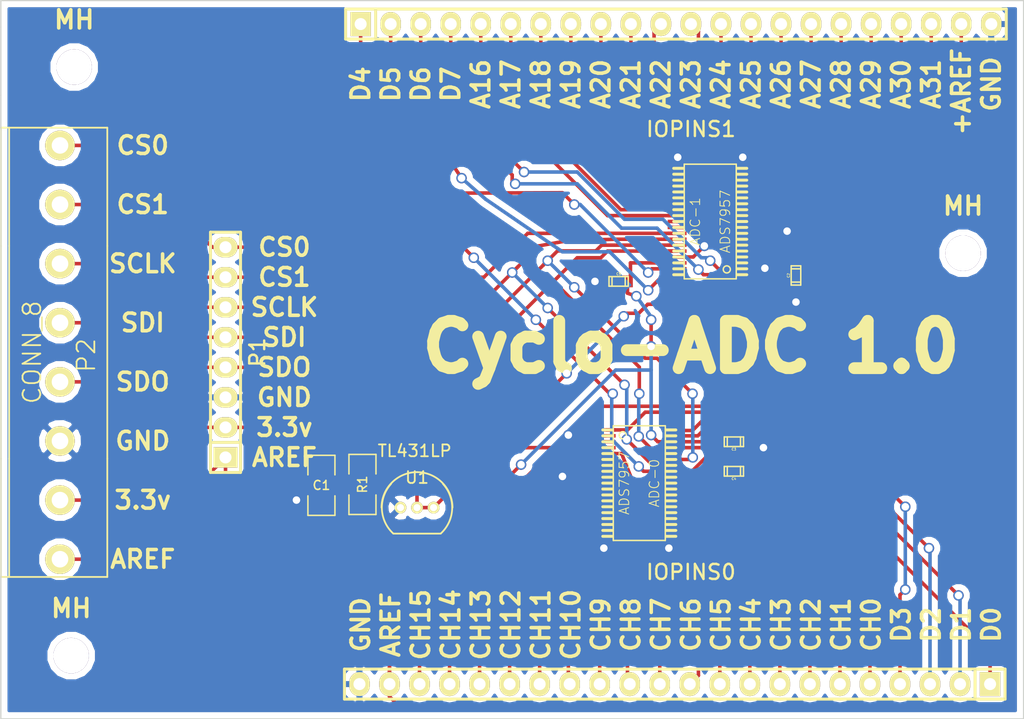
<source format=kicad_pcb>
(kicad_pcb (version 3) (host pcbnew "(2014-jan-25)-product")

  (general
    (links 100)
    (no_connects 0)
    (area 84.05 73.316429 200.915447 163.069285)
    (thickness 1.6)
    (drawings 68)
    (tracks 431)
    (zones 0)
    (modules 16)
    (nets 52)
  )

  (page A4)
  (layers
    (15 F.Cu signal)
    (0 B.Cu signal)
    (16 B.Adhes user)
    (17 F.Adhes user)
    (18 B.Paste user)
    (19 F.Paste user)
    (20 B.SilkS user)
    (21 F.SilkS user)
    (22 B.Mask user)
    (23 F.Mask user)
    (24 Dwgs.User user)
    (25 Cmts.User user)
    (26 Eco1.User user)
    (27 Eco2.User user)
    (28 Edge.Cuts user)
  )

  (setup
    (last_trace_width 0.254)
    (user_trace_width 0.1)
    (user_trace_width 0.2)
    (trace_clearance 0.254)
    (zone_clearance 0.508)
    (zone_45_only no)
    (trace_min 0.1)
    (segment_width 0.2)
    (edge_width 0.1)
    (via_size 0.889)
    (via_drill 0.635)
    (via_min_size 0.889)
    (via_min_drill 0.508)
    (uvia_size 0.508)
    (uvia_drill 0.127)
    (uvias_allowed no)
    (uvia_min_size 0.508)
    (uvia_min_drill 0.127)
    (pcb_text_width 0.3)
    (pcb_text_size 1.5 1.5)
    (mod_edge_width 0.15)
    (mod_text_size 1 1)
    (mod_text_width 0.15)
    (pad_size 1.7272 2.032)
    (pad_drill 1.016)
    (pad_to_mask_clearance 0)
    (aux_axis_origin 0 0)
    (grid_origin 175.08 86.236)
    (visible_elements FFFFFF7F)
    (pcbplotparams
      (layerselection 271613953)
      (usegerberextensions true)
      (excludeedgelayer true)
      (linewidth 0.100000)
      (plotframeref false)
      (viasonmask false)
      (mode 1)
      (useauxorigin false)
      (hpglpennumber 1)
      (hpglpenspeed 20)
      (hpglpendiameter 15)
      (hpglpenoverlay 2)
      (psnegative false)
      (psa4output false)
      (plotreference true)
      (plotvalue true)
      (plotothertext true)
      (plotinvisibletext false)
      (padsonsilk false)
      (subtractmaskfromsilk false)
      (outputformat 1)
      (mirror false)
      (drillshape 0)
      (scaleselection 1)
      (outputdirectory ../gerber/))
  )

  (net 0 "")
  (net 1 SCLK)
  (net 2 SDI)
  (net 3 SDO)
  (net 4 GND)
  (net 5 3.3V)
  (net 6 DIO0)
  (net 7 DIO1)
  (net 8 CH6)
  (net 9 CH5)
  (net 10 CH4)
  (net 11 CH3)
  (net 12 CH2)
  (net 13 CH1)
  (net 14 CH0)
  (net 15 +AREF)
  (net 16 CS0)
  (net 17 CH12)
  (net 18 CH11)
  (net 19 CH10)
  (net 20 CH9)
  (net 21 CH8)
  (net 22 DIO2)
  (net 23 DIO3)
  (net 24 CH15)
  (net 25 CH14)
  (net 26 CH13)
  (net 27 DIO4)
  (net 28 DIO5)
  (net 29 CH23)
  (net 30 CH21)
  (net 31 CH20)
  (net 32 CH19)
  (net 33 CH18)
  (net 34 CH17)
  (net 35 CH16)
  (net 36 CS1)
  (net 37 CH28)
  (net 38 CH27)
  (net 39 CH26)
  (net 40 CH25)
  (net 41 CH24)
  (net 42 DIO6)
  (net 43 DIO7)
  (net 44 CH31)
  (net 45 CH30)
  (net 46 CH29)
  (net 47 CH7)
  (net 48 CH22)
  (net 49 "Net-(ADC-0-Pad7)")
  (net 50 "Net-(ADC-1-Pad7)")
  (net 51 REFP)

  (net_class Default "This is the default net class."
    (clearance 0.254)
    (trace_width 0.254)
    (via_dia 0.889)
    (via_drill 0.635)
    (uvia_dia 0.508)
    (uvia_drill 0.127)
  )

  (net_class adspin ""
    (clearance 0.15)
    (trace_width 0.3)
    (via_dia 0.889)
    (via_drill 0.635)
    (uvia_dia 0.508)
    (uvia_drill 0.127)
    (add_net REFP)
  )

  (net_class lowclearance ""
    (clearance 0.1)
    (trace_width 0.3)
    (via_dia 0.889)
    (via_drill 0.635)
    (uvia_dia 0.508)
    (uvia_drill 0.127)
    (add_net +AREF)
    (add_net 3.3V)
    (add_net CH0)
    (add_net CH1)
    (add_net CH10)
    (add_net CH11)
    (add_net CH12)
    (add_net CH13)
    (add_net CH14)
    (add_net CH15)
    (add_net CH16)
    (add_net CH17)
    (add_net CH18)
    (add_net CH19)
    (add_net CH2)
    (add_net CH20)
    (add_net CH21)
    (add_net CH22)
    (add_net CH23)
    (add_net CH24)
    (add_net CH25)
    (add_net CH26)
    (add_net CH27)
    (add_net CH28)
    (add_net CH29)
    (add_net CH3)
    (add_net CH30)
    (add_net CH31)
    (add_net CH4)
    (add_net CH5)
    (add_net CH6)
    (add_net CH7)
    (add_net CH8)
    (add_net CH9)
    (add_net CS0)
    (add_net CS1)
    (add_net DIO0)
    (add_net DIO1)
    (add_net DIO2)
    (add_net DIO3)
    (add_net DIO4)
    (add_net DIO5)
    (add_net DIO6)
    (add_net DIO7)
    (add_net GND)
    (add_net "Net-(ADC-0-Pad7)")
    (add_net "Net-(ADC-1-Pad7)")
    (add_net SCLK)
    (add_net SDI)
    (add_net SDO)
  )

  (net_class power ""
    (clearance 0.254)
    (trace_width 0.7)
    (via_dia 0.889)
    (via_drill 0.635)
    (uvia_dia 0.508)
    (uvia_drill 0.127)
  )

  (module SMD_Packages:SM1206 (layer F.Cu) (tedit 535EE75E) (tstamp 535EC8C1)
    (at 120.963 125.252 270)
    (path /53449C6F)
    (attr smd)
    (fp_text reference C1 (at 0 0 360) (layer F.SilkS)
      (effects (font (size 0.762 0.762) (thickness 0.127)))
    )
    (fp_text value C (at 0 0 270) (layer F.SilkS) hide
      (effects (font (size 0.762 0.762) (thickness 0.127)))
    )
    (fp_line (start -2.54 -1.143) (end -2.54 1.143) (layer F.SilkS) (width 0.127))
    (fp_line (start -2.54 1.143) (end -0.889 1.143) (layer F.SilkS) (width 0.127))
    (fp_line (start 0.889 -1.143) (end 2.54 -1.143) (layer F.SilkS) (width 0.127))
    (fp_line (start 2.54 -1.143) (end 2.54 1.143) (layer F.SilkS) (width 0.127))
    (fp_line (start 2.54 1.143) (end 0.889 1.143) (layer F.SilkS) (width 0.127))
    (fp_line (start -0.889 -1.143) (end -2.54 -1.143) (layer F.SilkS) (width 0.127))
    (pad 1 smd rect (at -1.651 0 270) (size 1.524 2.032) (layers F.Cu F.Paste F.Mask)
      (net 51 REFP))
    (pad 2 smd rect (at 1.651 0 270) (size 1.524 2.032) (layers F.Cu F.Paste F.Mask)
      (net 4 GND))
    (model smd/chip_cms.wrl
      (at (xyz 0 0 0))
      (scale (xyz 0.17 0.16 0.16))
      (rotate (xyz 0 0 0))
    )
  )

  (module SMD_Packages:SM1206 (layer F.Cu) (tedit 535EC7DA) (tstamp 535EC901)
    (at 124.434 125.176 90)
    (path /5341F690)
    (attr smd)
    (fp_text reference R1 (at 0 0 90) (layer F.SilkS)
      (effects (font (size 0.762 0.762) (thickness 0.127)))
    )
    (fp_text value 2K (at 0 0 90) (layer F.SilkS) hide
      (effects (font (size 0.762 0.762) (thickness 0.127)))
    )
    (fp_line (start -2.54 -1.143) (end -2.54 1.143) (layer F.SilkS) (width 0.127))
    (fp_line (start -2.54 1.143) (end -0.889 1.143) (layer F.SilkS) (width 0.127))
    (fp_line (start 0.889 -1.143) (end 2.54 -1.143) (layer F.SilkS) (width 0.127))
    (fp_line (start 2.54 -1.143) (end 2.54 1.143) (layer F.SilkS) (width 0.127))
    (fp_line (start 2.54 1.143) (end 0.889 1.143) (layer F.SilkS) (width 0.127))
    (fp_line (start -0.889 -1.143) (end -2.54 -1.143) (layer F.SilkS) (width 0.127))
    (pad 1 smd rect (at -1.651 0 90) (size 1.524 2.032) (layers F.Cu F.Paste F.Mask)
      (net 5 3.3V))
    (pad 2 smd rect (at 1.651 0 90) (size 1.524 2.032) (layers F.Cu F.Paste F.Mask)
      (net 51 REFP))
    (model smd/chip_cms.wrl
      (at (xyz 0 0 0))
      (scale (xyz 0.17 0.16 0.16))
      (rotate (xyz 0 0 0))
    )
  )

  (module Cyclophone:TL431LP (layer F.Cu) (tedit 535FD4A3) (tstamp 5360102B)
    (at 129.048 127.136 180)
    (path /5341EFA8)
    (fp_text reference U1 (at 0 2.54 180) (layer F.SilkS)
      (effects (font (size 1 1) (thickness 0.15)))
    )
    (fp_text value TL431LP (at 0.2 4.8 180) (layer F.SilkS)
      (effects (font (size 1 1) (thickness 0.15)))
    )
    (fp_line (start -2 -2.2) (end 2 -2.2) (layer F.SilkS) (width 0.15))
    (fp_arc (start 0 0) (end -2.2 2) (angle 90) (layer F.SilkS) (width 0.15))
    (fp_arc (start 0 0) (end 2 -2.2) (angle 90) (layer F.SilkS) (width 0.15))
    (fp_arc (start 0 0) (end 3 0) (angle 90) (layer F.SilkS) (width 0.15))
    (fp_arc (start 0 0) (end 0 3) (angle 90) (layer F.SilkS) (width 0.15))
    (pad 1 thru_hole circle (at -1.4 0 180) (size 1 1) (drill 0.6) (layers *.Cu *.Mask F.SilkS)
      (net 51 REFP))
    (pad 2 thru_hole circle (at 0 0 180) (size 1 1) (drill 0.6) (layers *.Cu *.Mask F.SilkS)
      (net 51 REFP))
    (pad 3 thru_hole circle (at 1.4 0 180) (size 1 1) (drill 0.6) (layers *.Cu *.Mask F.SilkS)
      (net 4 GND))
  )

  (module Pin_Headers:Pin_Header_Straight_1x22 (layer F.Cu) (tedit 53612F1E) (tstamp 535ED0D4)
    (at 150.85 142.064 180)
    (descr "1 pin")
    (tags "CONN DEV")
    (path /53274A2C)
    (fp_text reference IOPINS0 (at -1.37 9.473 180) (layer F.SilkS)
      (effects (font (size 1.27 1.27) (thickness 0.2032)))
    )
    (fp_text value ADC-0-PINS (at 0 0 180) (layer F.SilkS) hide
      (effects (font (size 1.27 1.27) (thickness 0.2032)))
    )
    (fp_line (start -25.4 1.27) (end 27.94 1.27) (layer F.SilkS) (width 0.254))
    (fp_line (start 27.94 1.27) (end 27.94 -1.27) (layer F.SilkS) (width 0.254))
    (fp_line (start 27.94 -1.27) (end -25.4 -1.27) (layer F.SilkS) (width 0.254))
    (fp_line (start -27.94 -1.27) (end -25.4 -1.27) (layer F.SilkS) (width 0.254))
    (fp_line (start -25.4 -1.27) (end -25.4 1.27) (layer F.SilkS) (width 0.254))
    (fp_line (start -27.94 -1.27) (end -27.94 1.27) (layer F.SilkS) (width 0.254))
    (fp_line (start -27.94 1.27) (end -25.4 1.27) (layer F.SilkS) (width 0.254))
    (pad 1 thru_hole rect (at -26.67 0 180) (size 1.7272 2.032) (drill 1.016) (layers *.Cu *.Mask F.SilkS)
      (net 6 DIO0))
    (pad 2 thru_hole oval (at -24.13 0 180) (size 1.7272 2.032) (drill 1.016) (layers *.Cu *.Mask F.SilkS)
      (net 7 DIO1))
    (pad 3 thru_hole oval (at -21.59 0 180) (size 1.7272 2.032) (drill 1.016) (layers *.Cu *.Mask F.SilkS)
      (net 22 DIO2))
    (pad 4 thru_hole oval (at -19.05 0 180) (size 1.7272 2.032) (drill 1.016) (layers *.Cu *.Mask F.SilkS)
      (net 23 DIO3))
    (pad 5 thru_hole oval (at -16.51 0 180) (size 1.7272 2.032) (drill 1.016) (layers *.Cu *.Mask F.SilkS)
      (net 14 CH0))
    (pad 6 thru_hole oval (at -13.97 0 180) (size 1.7272 2.032) (drill 1.016) (layers *.Cu *.Mask F.SilkS)
      (net 13 CH1))
    (pad 7 thru_hole oval (at -11.43 0 180) (size 1.7272 2.032) (drill 1.016) (layers *.Cu *.Mask F.SilkS)
      (net 12 CH2))
    (pad 8 thru_hole oval (at -8.89 0 180) (size 1.7272 2.032) (drill 1.016) (layers *.Cu *.Mask F.SilkS)
      (net 11 CH3))
    (pad 9 thru_hole oval (at -6.35 0 180) (size 1.7272 2.032) (drill 1.016) (layers *.Cu *.Mask F.SilkS)
      (net 10 CH4))
    (pad 10 thru_hole oval (at -3.81 0 180) (size 1.7272 2.032) (drill 1.016) (layers *.Cu *.Mask F.SilkS)
      (net 9 CH5))
    (pad 11 thru_hole oval (at -1.27 0 180) (size 1.7272 2.032) (drill 1.016) (layers *.Cu *.Mask F.SilkS)
      (net 8 CH6))
    (pad 12 thru_hole oval (at 1.27 0 180) (size 1.7272 2.032) (drill 1.016) (layers *.Cu *.Mask F.SilkS)
      (net 47 CH7))
    (pad 13 thru_hole oval (at 3.81 0 180) (size 1.7272 2.032) (drill 1.016) (layers *.Cu *.Mask F.SilkS)
      (net 21 CH8))
    (pad 14 thru_hole oval (at 6.35 0 180) (size 1.7272 2.032) (drill 1.016) (layers *.Cu *.Mask F.SilkS)
      (net 20 CH9))
    (pad 15 thru_hole oval (at 8.89 0 180) (size 1.7272 2.032) (drill 1.016) (layers *.Cu *.Mask F.SilkS)
      (net 19 CH10))
    (pad 16 thru_hole oval (at 11.43 0 180) (size 1.7272 2.032) (drill 1.016) (layers *.Cu *.Mask F.SilkS)
      (net 18 CH11))
    (pad 17 thru_hole oval (at 13.97 0 180) (size 1.7272 2.032) (drill 1.016) (layers *.Cu *.Mask F.SilkS)
      (net 17 CH12))
    (pad 18 thru_hole oval (at 16.51 0 180) (size 1.7272 2.032) (drill 1.016) (layers *.Cu *.Mask F.SilkS)
      (net 26 CH13))
    (pad 19 thru_hole oval (at 19.05 0 180) (size 1.7272 2.032) (drill 1.016) (layers *.Cu *.Mask F.SilkS)
      (net 25 CH14))
    (pad 20 thru_hole oval (at 21.59 0 180) (size 1.7272 2.032) (drill 1.016) (layers *.Cu *.Mask F.SilkS)
      (net 24 CH15))
    (pad 21 thru_hole oval (at 24.13 0 180) (size 1.7272 2.032) (drill 1.016) (layers *.Cu *.Mask F.SilkS)
      (net 15 +AREF))
    (pad 22 thru_hole oval (at 26.67 0 180) (size 1.7272 2.032) (drill 1.016) (layers *.Cu *.Mask F.SilkS)
      (net 4 GND))
    (model Pin_Headers/Pin_Header_Straight_1x22.wrl
      (at (xyz 0 0 0))
      (scale (xyz 1 1 1))
      (rotate (xyz 0 0 0))
    )
  )

  (module Pin_Headers:Pin_Header_Straight_1x22 (layer F.Cu) (tedit 53612F14) (tstamp 535FC8D7)
    (at 150.95 86.236)
    (descr "1 pin")
    (tags "CONN DEV")
    (path /53274980)
    (fp_text reference IOPINS1 (at 1.27 8.89) (layer F.SilkS)
      (effects (font (size 1.27 1.27) (thickness 0.2032)))
    )
    (fp_text value ADC-1-PINS (at 0 0) (layer F.SilkS) hide
      (effects (font (size 1.27 1.27) (thickness 0.2032)))
    )
    (fp_line (start -25.4 1.27) (end 27.94 1.27) (layer F.SilkS) (width 0.254))
    (fp_line (start 27.94 1.27) (end 27.94 -1.27) (layer F.SilkS) (width 0.254))
    (fp_line (start 27.94 -1.27) (end -25.4 -1.27) (layer F.SilkS) (width 0.254))
    (fp_line (start -27.94 -1.27) (end -25.4 -1.27) (layer F.SilkS) (width 0.254))
    (fp_line (start -25.4 -1.27) (end -25.4 1.27) (layer F.SilkS) (width 0.254))
    (fp_line (start -27.94 -1.27) (end -27.94 1.27) (layer F.SilkS) (width 0.254))
    (fp_line (start -27.94 1.27) (end -25.4 1.27) (layer F.SilkS) (width 0.254))
    (pad 1 thru_hole rect (at -26.67 0) (size 1.7272 2.032) (drill 1.016) (layers *.Cu *.Mask F.SilkS)
      (net 27 DIO4))
    (pad 2 thru_hole oval (at -24.13 0) (size 1.7272 2.032) (drill 1.016) (layers *.Cu *.Mask F.SilkS)
      (net 28 DIO5))
    (pad 3 thru_hole oval (at -21.59 0) (size 1.7272 2.032) (drill 1.016) (layers *.Cu *.Mask F.SilkS)
      (net 42 DIO6))
    (pad 4 thru_hole oval (at -19.05 0) (size 1.7272 2.032) (drill 1.016) (layers *.Cu *.Mask F.SilkS)
      (net 43 DIO7))
    (pad 5 thru_hole oval (at -16.51 0) (size 1.7272 2.032) (drill 1.016) (layers *.Cu *.Mask F.SilkS)
      (net 35 CH16))
    (pad 6 thru_hole oval (at -13.97 0) (size 1.7272 2.032) (drill 1.016) (layers *.Cu *.Mask F.SilkS)
      (net 34 CH17))
    (pad 7 thru_hole oval (at -11.43 0) (size 1.7272 2.032) (drill 1.016) (layers *.Cu *.Mask F.SilkS)
      (net 33 CH18))
    (pad 8 thru_hole oval (at -8.89 0) (size 1.7272 2.032) (drill 1.016) (layers *.Cu *.Mask F.SilkS)
      (net 32 CH19))
    (pad 9 thru_hole oval (at -6.35 0) (size 1.7272 2.032) (drill 1.016) (layers *.Cu *.Mask F.SilkS)
      (net 31 CH20))
    (pad 10 thru_hole oval (at -3.81 0) (size 1.7272 2.032) (drill 1.016) (layers *.Cu *.Mask F.SilkS)
      (net 30 CH21))
    (pad 11 thru_hole oval (at -1.27 0) (size 1.7272 2.032) (drill 1.016) (layers *.Cu *.Mask F.SilkS)
      (net 48 CH22))
    (pad 12 thru_hole oval (at 1.27 0) (size 1.7272 2.032) (drill 1.016) (layers *.Cu *.Mask F.SilkS)
      (net 29 CH23))
    (pad 13 thru_hole oval (at 3.81 0) (size 1.7272 2.032) (drill 1.016) (layers *.Cu *.Mask F.SilkS)
      (net 41 CH24))
    (pad 14 thru_hole oval (at 6.35 0) (size 1.7272 2.032) (drill 1.016) (layers *.Cu *.Mask F.SilkS)
      (net 40 CH25))
    (pad 15 thru_hole oval (at 8.89 0) (size 1.7272 2.032) (drill 1.016) (layers *.Cu *.Mask F.SilkS)
      (net 39 CH26))
    (pad 16 thru_hole oval (at 11.43 0) (size 1.7272 2.032) (drill 1.016) (layers *.Cu *.Mask F.SilkS)
      (net 38 CH27))
    (pad 17 thru_hole oval (at 13.97 0) (size 1.7272 2.032) (drill 1.016) (layers *.Cu *.Mask F.SilkS)
      (net 37 CH28))
    (pad 18 thru_hole oval (at 16.51 0) (size 1.7272 2.032) (drill 1.016) (layers *.Cu *.Mask F.SilkS)
      (net 46 CH29))
    (pad 19 thru_hole oval (at 19.05 0) (size 1.7272 2.032) (drill 1.016) (layers *.Cu *.Mask F.SilkS)
      (net 45 CH30))
    (pad 20 thru_hole oval (at 21.59 0) (size 1.7272 2.032) (drill 1.016) (layers *.Cu *.Mask F.SilkS)
      (net 44 CH31))
    (pad 21 thru_hole oval (at 24.13 0) (size 1.7272 2.032) (drill 1.016) (layers *.Cu *.Mask F.SilkS)
      (net 15 +AREF))
    (pad 22 thru_hole oval (at 26.67 0) (size 1.7272 2.032) (drill 1.016) (layers *.Cu *.Mask F.SilkS)
      (net 4 GND))
    (model Pin_Headers/Pin_Header_Straight_1x22.wrl
      (at (xyz 0 0 0))
      (scale (xyz 1 1 1))
      (rotate (xyz 0 0 0))
    )
  )

  (module Pin_Headers:Pin_Header_Straight_1x08 (layer F.Cu) (tedit 53612C20) (tstamp 53601011)
    (at 112.85 114 90)
    (descr "1 pin")
    (tags "CONN DEV")
    (path /53600A1D)
    (fp_text reference P1 (at 0 2.694 90) (layer F.SilkS)
      (effects (font (size 1.27 1.27) (thickness 0.2032)))
    )
    (fp_text value CONN_8 (at 0 0 90) (layer F.SilkS) hide
      (effects (font (size 1.27 1.27) (thickness 0.2032)))
    )
    (fp_line (start -7.62 -1.27) (end 10.16 -1.27) (layer F.SilkS) (width 0.254))
    (fp_line (start 10.16 -1.27) (end 10.16 1.27) (layer F.SilkS) (width 0.254))
    (fp_line (start 10.16 1.27) (end -7.62 1.27) (layer F.SilkS) (width 0.254))
    (fp_line (start -10.16 -1.27) (end -7.62 -1.27) (layer F.SilkS) (width 0.254))
    (fp_line (start -7.62 -1.27) (end -7.62 1.27) (layer F.SilkS) (width 0.254))
    (fp_line (start -10.16 -1.27) (end -10.16 1.27) (layer F.SilkS) (width 0.254))
    (fp_line (start -10.16 1.27) (end -7.62 1.27) (layer F.SilkS) (width 0.254))
    (pad 1 thru_hole rect (at -8.89 0 90) (size 1.7272 2.032) (drill 1.016) (layers *.Cu *.Mask F.SilkS)
      (net 15 +AREF))
    (pad 2 thru_hole oval (at -6.35 0 90) (size 1.7272 2.032) (drill 1.016) (layers *.Cu *.Mask F.SilkS)
      (net 5 3.3V))
    (pad 3 thru_hole oval (at -3.81 0 90) (size 1.7272 2.032) (drill 1.016) (layers *.Cu *.Mask F.SilkS)
      (net 4 GND))
    (pad 4 thru_hole oval (at -1.27 0 90) (size 1.7272 2.032) (drill 1.016) (layers *.Cu *.Mask F.SilkS)
      (net 3 SDO))
    (pad 5 thru_hole oval (at 1.27 0 90) (size 1.7272 2.032) (drill 1.016) (layers *.Cu *.Mask F.SilkS)
      (net 2 SDI))
    (pad 6 thru_hole oval (at 3.81 0 90) (size 1.7272 2.032) (drill 1.016) (layers *.Cu *.Mask F.SilkS)
      (net 1 SCLK))
    (pad 7 thru_hole oval (at 6.35 0 90) (size 1.7272 2.032) (drill 1.016) (layers *.Cu *.Mask F.SilkS)
      (net 36 CS1))
    (pad 8 thru_hole oval (at 8.89 0 90) (size 1.7272 2.032) (drill 1.016) (layers *.Cu *.Mask F.SilkS)
      (net 16 CS0))
    (model Pin_Headers/Pin_Header_Straight_1x08.wrl
      (at (xyz 0 0 0))
      (scale (xyz 1 1 1))
      (rotate (xyz 0 0 0))
    )
  )

  (module Mounting_Holes:MountingHole_3mm (layer F.Cu) (tedit 536014AB) (tstamp 5360160F)
    (at 100.05 89.87)
    (descr "Mounting hole, Befestigungsbohrung, 3mm, No Annular, Kein Restring,")
    (tags "Mounting hole, Befestigungsbohrung, 3mm, No Annular, Kein Restring,")
    (fp_text reference MH (at 0 -4.0005) (layer F.SilkS)
      (effects (font (thickness 0.3048)))
    )
    (fp_text value MountingHole_3mm_RevA_Date21Jun2010 (at 1.00076 5.00126) (layer F.SilkS) hide
      (effects (font (thickness 0.3048)))
    )
    (fp_circle (center 0 0) (end 2.99974 0) (layer Cmts.User) (width 0.381))
    (pad 1 thru_hole circle (at 0 0) (size 2.99974 2.99974) (drill 2.99974) (layers))
  )

  (module Mounting_Holes:MountingHole_3mm (layer F.Cu) (tedit 536014BF) (tstamp 53601615)
    (at 99.796 139.654)
    (descr "Mounting hole, Befestigungsbohrung, 3mm, No Annular, Kein Restring,")
    (tags "Mounting hole, Befestigungsbohrung, 3mm, No Annular, Kein Restring,")
    (fp_text reference MH (at 0 -4.0005) (layer F.SilkS)
      (effects (font (thickness 0.3048)))
    )
    (fp_text value MountingHole_3mm_RevA_Date21Jun2010 (at 1.00076 5.00126) (layer F.SilkS) hide
      (effects (font (thickness 0.3048)))
    )
    (fp_circle (center 0 0) (end 2.99974 0) (layer Cmts.User) (width 0.381))
    (pad 1 thru_hole circle (at 0 0) (size 2.99974 2.99974) (drill 2.99974) (layers))
  )

  (module Mounting_Holes:MountingHole_3mm (layer F.Cu) (tedit 536014C8) (tstamp 5360161B)
    (at 175.234 105.618)
    (descr "Mounting hole, Befestigungsbohrung, 3mm, No Annular, Kein Restring,")
    (tags "Mounting hole, Befestigungsbohrung, 3mm, No Annular, Kein Restring,")
    (fp_text reference MH (at 0 -4.0005) (layer F.SilkS)
      (effects (font (thickness 0.3048)))
    )
    (fp_text value MountingHole_3mm_RevA_Date21Jun2010 (at 1.00076 5.00126) (layer F.SilkS) hide
      (effects (font (thickness 0.3048)))
    )
    (fp_circle (center 0 0) (end 2.99974 0) (layer Cmts.User) (width 0.381))
    (pad 1 thru_hole circle (at 0 0) (size 2.99974 2.99974) (drill 2.99974) (layers))
  )

  (module ADSomething:AB2_TSSOP38_0p50P (layer F.Cu) (tedit 52C332A4) (tstamp 536085FD)
    (at 147.85 125.064 270)
    (path /535ECE01)
    (clearance 0.05)
    (fp_text reference ADC-0 (at 0 -1.27 270) (layer F.SilkS)
      (effects (font (size 0.8128 0.8128) (thickness 0.0762)))
    )
    (fp_text value ADS7957 (at 0 1.27 270) (layer F.SilkS)
      (effects (font (size 0.8128 0.8128) (thickness 0.0762)))
    )
    (fp_circle (center -4.05 1.4) (end -4.05 1.1) (layer F.SilkS) (width 0.127))
    (fp_line (start -4.85 -2.2) (end 4.85 -2.2) (layer F.SilkS) (width 0.127))
    (fp_line (start 4.85 -2.2) (end 4.85 2.2) (layer F.SilkS) (width 0.127))
    (fp_line (start 4.85 2.2) (end -4.85 2.2) (layer F.SilkS) (width 0.127))
    (fp_line (start -4.85 2.2) (end -4.85 -2.2) (layer F.SilkS) (width 0.127))
    (fp_line (start -4.5 -2.27) (end -4.5 -3.09) (layer F.SilkS) (width 0.25))
    (fp_line (start -4 -2.27) (end -4 -3.09) (layer F.SilkS) (width 0.25))
    (fp_line (start -3.5 -2.27) (end -3.5 -3.09) (layer F.SilkS) (width 0.25))
    (fp_line (start -3 -2.27) (end -3 -3.09) (layer F.SilkS) (width 0.25))
    (fp_line (start -2.5 -2.27) (end -2.5 -3.09) (layer F.SilkS) (width 0.25))
    (fp_line (start -2 -2.27) (end -2 -3.09) (layer F.SilkS) (width 0.25))
    (fp_line (start -1.5 -2.27) (end -1.5 -3.09) (layer F.SilkS) (width 0.25))
    (fp_line (start -1 -2.27) (end -1 -3.09) (layer F.SilkS) (width 0.25))
    (fp_line (start -0.5 -2.27) (end -0.5 -3.09) (layer F.SilkS) (width 0.25))
    (fp_line (start 0 -2.27) (end 0 -3.09) (layer F.SilkS) (width 0.25))
    (fp_line (start 0.5 -2.27) (end 0.5 -3.09) (layer F.SilkS) (width 0.25))
    (fp_line (start 1 -2.27) (end 1 -3.09) (layer F.SilkS) (width 0.25))
    (fp_line (start 1.5 -2.27) (end 1.5 -3.09) (layer F.SilkS) (width 0.25))
    (fp_line (start 2 -2.27) (end 2 -3.09) (layer F.SilkS) (width 0.25))
    (fp_line (start 2.5 -2.27) (end 2.5 -3.09) (layer F.SilkS) (width 0.25))
    (fp_line (start 3 -2.27) (end 3 -3.09) (layer F.SilkS) (width 0.25))
    (fp_line (start 3.5 -2.27) (end 3.5 -3.09) (layer F.SilkS) (width 0.25))
    (fp_line (start 4 -2.27) (end 4 -3.09) (layer F.SilkS) (width 0.25))
    (fp_line (start 4.5 -2.27) (end 4.5 -3.09) (layer F.SilkS) (width 0.25))
    (fp_line (start -4.5 2.27) (end -4.5 3.09) (layer F.SilkS) (width 0.25))
    (fp_line (start -4 2.27) (end -4 3.09) (layer F.SilkS) (width 0.25))
    (fp_line (start -3.5 2.27) (end -3.5 3.09) (layer F.SilkS) (width 0.25))
    (fp_line (start -3 2.27) (end -3 3.09) (layer F.SilkS) (width 0.25))
    (fp_line (start -2.5 2.27) (end -2.5 3.09) (layer F.SilkS) (width 0.25))
    (fp_line (start -2 2.27) (end -2 3.09) (layer F.SilkS) (width 0.25))
    (fp_line (start -1.5 2.27) (end -1.5 3.09) (layer F.SilkS) (width 0.25))
    (fp_line (start -1 2.27) (end -1 3.09) (layer F.SilkS) (width 0.25))
    (fp_line (start -0.5 2.27) (end -0.5 3.09) (layer F.SilkS) (width 0.25))
    (fp_line (start 0 2.27) (end 0 3.09) (layer F.SilkS) (width 0.25))
    (fp_line (start 0.5 2.27) (end 0.5 3.09) (layer F.SilkS) (width 0.25))
    (fp_line (start 1 2.27) (end 1 3.09) (layer F.SilkS) (width 0.25))
    (fp_line (start 1.5 2.27) (end 1.5 3.09) (layer F.SilkS) (width 0.25))
    (fp_line (start 2 2.27) (end 2 3.09) (layer F.SilkS) (width 0.25))
    (fp_line (start 2.5 2.27) (end 2.5 3.09) (layer F.SilkS) (width 0.25))
    (fp_line (start 3 2.27) (end 3 3.09) (layer F.SilkS) (width 0.25))
    (fp_line (start 3.5 2.27) (end 3.5 3.09) (layer F.SilkS) (width 0.25))
    (fp_line (start 4 2.27) (end 4 3.09) (layer F.SilkS) (width 0.25))
    (fp_line (start 4.5 2.27) (end 4.5 3.09) (layer F.SilkS) (width 0.25))
    (pad 1 smd rect (at -4.5 2.8 270) (size 0.3 1.6) (layers F.Cu F.Paste F.Mask)
      (net 22 DIO2))
    (pad 2 smd rect (at -4 2.8 270) (size 0.3 1.6) (layers F.Cu F.Paste F.Mask)
      (net 23 DIO3))
    (pad 3 smd rect (at -3.5 2.8 270) (size 0.3 1.6) (layers F.Cu F.Paste F.Mask)
      (net 4 GND))
    (pad 4 smd rect (at -3 2.8 270) (size 0.3 1.6) (layers F.Cu F.Paste F.Mask)
      (net 51 REFP))
    (pad 5 smd rect (at -2.5 2.8 270) (size 0.3 1.6) (layers F.Cu F.Paste F.Mask)
      (net 15 +AREF))
    (pad 6 smd rect (at -2 2.8 270) (size 0.3 1.6) (layers F.Cu F.Paste F.Mask)
      (net 4 GND))
    (pad 7 smd rect (at -1.5 2.8 270) (size 0.3 1.6) (layers F.Cu F.Paste F.Mask)
      (net 49 "Net-(ADC-0-Pad7)"))
    (pad 8 smd rect (at -1 2.8 270) (size 0.3 1.6) (layers F.Cu F.Paste F.Mask)
      (net 49 "Net-(ADC-0-Pad7)"))
    (pad 9 smd rect (at -0.5 2.8 270) (size 0.3 1.6) (layers F.Cu F.Paste F.Mask)
      (net 4 GND))
    (pad 10 smd rect (at 0 2.8 270) (size 0.3 1.6) (layers F.Cu F.Paste F.Mask)
      (net 4 GND))
    (pad 11 smd rect (at 0.5 2.8 270) (size 0.3 1.6) (layers F.Cu F.Paste F.Mask)
      (net 24 CH15))
    (pad 12 smd rect (at 1 2.8 270) (size 0.3 1.6) (layers F.Cu F.Paste F.Mask)
      (net 25 CH14))
    (pad 13 smd rect (at 1.5 2.8 270) (size 0.3 1.6) (layers F.Cu F.Paste F.Mask)
      (net 26 CH13))
    (pad 14 smd rect (at 2 2.8 270) (size 0.3 1.6) (layers F.Cu F.Paste F.Mask)
      (net 17 CH12))
    (pad 15 smd rect (at 2.5 2.8 270) (size 0.3 1.6) (layers F.Cu F.Paste F.Mask)
      (net 18 CH11))
    (pad 16 smd rect (at 3 2.8 270) (size 0.3 1.6) (layers F.Cu F.Paste F.Mask)
      (net 19 CH10))
    (pad 17 smd rect (at 3.5 2.8 270) (size 0.3 1.6) (layers F.Cu F.Paste F.Mask)
      (net 20 CH9))
    (pad 18 smd rect (at 4 2.8 270) (size 0.3 1.6) (layers F.Cu F.Paste F.Mask)
      (net 21 CH8))
    (pad 19 smd rect (at 4.5 2.8 270) (size 0.3 1.6) (layers F.Cu F.Paste F.Mask)
      (net 4 GND))
    (pad 20 smd rect (at 4.5 -2.8 270) (size 0.3 1.6) (layers F.Cu F.Paste F.Mask)
      (net 4 GND))
    (pad 21 smd rect (at 4 -2.8 270) (size 0.3 1.6) (layers F.Cu F.Paste F.Mask)
      (net 47 CH7))
    (pad 22 smd rect (at 3.5 -2.8 270) (size 0.3 1.6) (layers F.Cu F.Paste F.Mask)
      (net 8 CH6))
    (pad 23 smd rect (at 3 -2.8 270) (size 0.3 1.6) (layers F.Cu F.Paste F.Mask)
      (net 9 CH5))
    (pad 24 smd rect (at 2.5 -2.8 270) (size 0.3 1.6) (layers F.Cu F.Paste F.Mask)
      (net 10 CH4))
    (pad 25 smd rect (at 2 -2.8 270) (size 0.3 1.6) (layers F.Cu F.Paste F.Mask)
      (net 11 CH3))
    (pad 26 smd rect (at 1.5 -2.8 270) (size 0.3 1.6) (layers F.Cu F.Paste F.Mask)
      (net 12 CH2))
    (pad 27 smd rect (at 1 -2.8 270) (size 0.3 1.6) (layers F.Cu F.Paste F.Mask)
      (net 13 CH1))
    (pad 28 smd rect (at 0.5 -2.8 270) (size 0.3 1.6) (layers F.Cu F.Paste F.Mask)
      (net 14 CH0))
    (pad 29 smd rect (at 0 -2.8 270) (size 0.3 1.6) (layers F.Cu F.Paste F.Mask)
      (net 15 +AREF))
    (pad 30 smd rect (at -0.5 -2.8 270) (size 0.3 1.6) (layers F.Cu F.Paste F.Mask)
      (net 4 GND))
    (pad 31 smd rect (at -1 -2.8 270) (size 0.3 1.6) (layers F.Cu F.Paste F.Mask)
      (net 16 CS0))
    (pad 32 smd rect (at -1.5 -2.8 270) (size 0.3 1.6) (layers F.Cu F.Paste F.Mask)
      (net 1 SCLK))
    (pad 33 smd rect (at -2 -2.8 270) (size 0.3 1.6) (layers F.Cu F.Paste F.Mask)
      (net 2 SDI))
    (pad 34 smd rect (at -2.5 -2.8 270) (size 0.3 1.6) (layers F.Cu F.Paste F.Mask)
      (net 3 SDO))
    (pad 35 smd rect (at -3 -2.8 270) (size 0.3 1.6) (layers F.Cu F.Paste F.Mask)
      (net 4 GND))
    (pad 36 smd rect (at -3.5 -2.8 270) (size 0.3 1.6) (layers F.Cu F.Paste F.Mask)
      (net 5 3.3V))
    (pad 37 smd rect (at -4 -2.8 270) (size 0.3 1.6) (layers F.Cu F.Paste F.Mask)
      (net 6 DIO0))
    (pad 38 smd rect (at -4.5 -2.8 270) (size 0.3 1.6) (layers F.Cu F.Paste F.Mask)
      (net 7 DIO1))
    (model ../3d_models/ab2_tssop/AB2_TSSOP38_0p50P.wrl
      (at (xyz 0 0 0))
      (scale (xyz 0.3937 0.3937 0.3937))
      (rotate (xyz 0 0 180))
    )
  )

  (module ADSomething:AB2_TSSOP38_0p50P (layer F.Cu) (tedit 53608A7D) (tstamp 53609314)
    (at 153.85 102.936 90)
    (path /535ECD4B)
    (clearance 0.05)
    (fp_text reference ADC-1 (at 0 -1.27 90) (layer F.SilkS)
      (effects (font (size 0.8128 0.8128) (thickness 0.0762)))
    )
    (fp_text value ADS7957 (at 0 1.27 90) (layer F.SilkS)
      (effects (font (size 0.8128 0.8128) (thickness 0.0762)))
    )
    (fp_circle (center -4.05 1.4) (end -4.05 1.1) (layer F.SilkS) (width 0.127))
    (fp_line (start -4.85 -2.2) (end 4.85 -2.2) (layer F.SilkS) (width 0.127))
    (fp_line (start 4.85 -2.2) (end 4.85 2.2) (layer F.SilkS) (width 0.127))
    (fp_line (start 4.85 2.2) (end -4.85 2.2) (layer F.SilkS) (width 0.127))
    (fp_line (start -4.85 2.2) (end -4.85 -2.2) (layer F.SilkS) (width 0.127))
    (fp_line (start -4.5 -2.27) (end -4.5 -3.09) (layer F.SilkS) (width 0.25))
    (fp_line (start -4 -2.27) (end -4 -3.09) (layer F.SilkS) (width 0.25))
    (fp_line (start -3.5 -2.27) (end -3.5 -3.09) (layer F.SilkS) (width 0.25))
    (fp_line (start -3 -2.27) (end -3 -3.09) (layer F.SilkS) (width 0.25))
    (fp_line (start -2.5 -2.27) (end -2.5 -3.09) (layer F.SilkS) (width 0.25))
    (fp_line (start -2 -2.27) (end -2 -3.09) (layer F.SilkS) (width 0.25))
    (fp_line (start -1.5 -2.27) (end -1.5 -3.09) (layer F.SilkS) (width 0.25))
    (fp_line (start -1 -2.27) (end -1 -3.09) (layer F.SilkS) (width 0.25))
    (fp_line (start -0.5 -2.27) (end -0.5 -3.09) (layer F.SilkS) (width 0.25))
    (fp_line (start 0 -2.27) (end 0 -3.09) (layer F.SilkS) (width 0.25))
    (fp_line (start 0.5 -2.27) (end 0.5 -3.09) (layer F.SilkS) (width 0.25))
    (fp_line (start 1 -2.27) (end 1 -3.09) (layer F.SilkS) (width 0.25))
    (fp_line (start 1.5 -2.27) (end 1.5 -3.09) (layer F.SilkS) (width 0.25))
    (fp_line (start 2 -2.27) (end 2 -3.09) (layer F.SilkS) (width 0.25))
    (fp_line (start 2.5 -2.27) (end 2.5 -3.09) (layer F.SilkS) (width 0.25))
    (fp_line (start 3 -2.27) (end 3 -3.09) (layer F.SilkS) (width 0.25))
    (fp_line (start 3.5 -2.27) (end 3.5 -3.09) (layer F.SilkS) (width 0.25))
    (fp_line (start 4 -2.27) (end 4 -3.09) (layer F.SilkS) (width 0.25))
    (fp_line (start 4.5 -2.27) (end 4.5 -3.09) (layer F.SilkS) (width 0.25))
    (fp_line (start -4.5 2.27) (end -4.5 3.09) (layer F.SilkS) (width 0.25))
    (fp_line (start -4 2.27) (end -4 3.09) (layer F.SilkS) (width 0.25))
    (fp_line (start -3.5 2.27) (end -3.5 3.09) (layer F.SilkS) (width 0.25))
    (fp_line (start -3 2.27) (end -3 3.09) (layer F.SilkS) (width 0.25))
    (fp_line (start -2.5 2.27) (end -2.5 3.09) (layer F.SilkS) (width 0.25))
    (fp_line (start -2 2.27) (end -2 3.09) (layer F.SilkS) (width 0.25))
    (fp_line (start -1.5 2.27) (end -1.5 3.09) (layer F.SilkS) (width 0.25))
    (fp_line (start -1 2.27) (end -1 3.09) (layer F.SilkS) (width 0.25))
    (fp_line (start -0.5 2.27) (end -0.5 3.09) (layer F.SilkS) (width 0.25))
    (fp_line (start 0 2.27) (end 0 3.09) (layer F.SilkS) (width 0.25))
    (fp_line (start 0.5 2.27) (end 0.5 3.09) (layer F.SilkS) (width 0.25))
    (fp_line (start 1 2.27) (end 1 3.09) (layer F.SilkS) (width 0.25))
    (fp_line (start 1.5 2.27) (end 1.5 3.09) (layer F.SilkS) (width 0.25))
    (fp_line (start 2 2.27) (end 2 3.09) (layer F.SilkS) (width 0.25))
    (fp_line (start 2.5 2.27) (end 2.5 3.09) (layer F.SilkS) (width 0.25))
    (fp_line (start 3 2.27) (end 3 3.09) (layer F.SilkS) (width 0.25))
    (fp_line (start 3.5 2.27) (end 3.5 3.09) (layer F.SilkS) (width 0.25))
    (fp_line (start 4 2.27) (end 4 3.09) (layer F.SilkS) (width 0.25))
    (fp_line (start 4.5 2.27) (end 4.5 3.09) (layer F.SilkS) (width 0.25))
    (pad 1 smd rect (at -4.5 2.8 90) (size 0.3 1.6) (layers F.Cu F.Paste F.Mask)
      (net 42 DIO6))
    (pad 2 smd rect (at -4 2.8 90) (size 0.3 1.6) (layers F.Cu F.Paste F.Mask)
      (net 43 DIO7))
    (pad 3 smd rect (at -3.5 2.8 90) (size 0.3 1.6) (layers F.Cu F.Paste F.Mask)
      (net 4 GND))
    (pad 4 smd rect (at -3 2.8 90) (size 0.3 1.6) (layers F.Cu F.Paste F.Mask)
      (net 51 REFP))
    (pad 5 smd rect (at -2.5 2.8 90) (size 0.3 1.6) (layers F.Cu F.Paste F.Mask)
      (net 15 +AREF))
    (pad 6 smd rect (at -2 2.8 90) (size 0.3 1.6) (layers F.Cu F.Paste F.Mask)
      (net 4 GND))
    (pad 7 smd rect (at -1.5 2.8 90) (size 0.3 1.6) (layers F.Cu F.Paste F.Mask)
      (net 50 "Net-(ADC-1-Pad7)"))
    (pad 8 smd rect (at -1 2.8 90) (size 0.3 1.6) (layers F.Cu F.Paste F.Mask)
      (net 50 "Net-(ADC-1-Pad7)"))
    (pad 9 smd rect (at -0.5 2.8 90) (size 0.3 1.6) (layers F.Cu F.Paste F.Mask)
      (net 4 GND))
    (pad 10 smd rect (at 0 2.8 90) (size 0.3 1.6) (layers F.Cu F.Paste F.Mask)
      (net 4 GND))
    (pad 11 smd rect (at 0.5 2.8 90) (size 0.3 1.6) (layers F.Cu F.Paste F.Mask)
      (net 44 CH31))
    (pad 12 smd rect (at 1 2.8 90) (size 0.3 1.6) (layers F.Cu F.Paste F.Mask)
      (net 45 CH30))
    (pad 13 smd rect (at 1.5 2.8 90) (size 0.3 1.6) (layers F.Cu F.Paste F.Mask)
      (net 46 CH29))
    (pad 14 smd rect (at 2 2.8 90) (size 0.3 1.6) (layers F.Cu F.Paste F.Mask)
      (net 37 CH28))
    (pad 15 smd rect (at 2.5 2.8 90) (size 0.3 1.6) (layers F.Cu F.Paste F.Mask)
      (net 38 CH27))
    (pad 16 smd rect (at 3 2.8 90) (size 0.3 1.6) (layers F.Cu F.Paste F.Mask)
      (net 39 CH26))
    (pad 17 smd rect (at 3.5 2.8 90) (size 0.3 1.6) (layers F.Cu F.Paste F.Mask)
      (net 40 CH25))
    (pad 18 smd rect (at 4 2.8 90) (size 0.3 1.6) (layers F.Cu F.Paste F.Mask)
      (net 41 CH24))
    (pad 19 smd rect (at 4.5 2.8 90) (size 0.3 1.6) (layers F.Cu F.Paste F.Mask)
      (net 4 GND))
    (pad 20 smd rect (at 4.5 -2.8 90) (size 0.3 1.6) (layers F.Cu F.Paste F.Mask)
      (net 4 GND))
    (pad 21 smd rect (at 4 -2.8 90) (size 0.3 1.6) (layers F.Cu F.Paste F.Mask)
      (net 29 CH23))
    (pad 22 smd rect (at 3.5 -2.8 90) (size 0.3 1.6) (layers F.Cu F.Paste F.Mask)
      (net 48 CH22))
    (pad 23 smd rect (at 3 -2.8 90) (size 0.3 1.6) (layers F.Cu F.Paste F.Mask)
      (net 30 CH21))
    (pad 24 smd rect (at 2.5 -2.8 90) (size 0.3 1.6) (layers F.Cu F.Paste F.Mask)
      (net 31 CH20))
    (pad 25 smd rect (at 2 -2.8 90) (size 0.3 1.6) (layers F.Cu F.Paste F.Mask)
      (net 32 CH19))
    (pad 26 smd rect (at 1.5 -2.8 90) (size 0.3 1.6) (layers F.Cu F.Paste F.Mask)
      (net 33 CH18))
    (pad 27 smd rect (at 1 -2.8 90) (size 0.3 1.6) (layers F.Cu F.Paste F.Mask)
      (net 34 CH17))
    (pad 28 smd rect (at 0.5 -2.8 90) (size 0.3 1.6) (layers F.Cu F.Paste F.Mask)
      (net 35 CH16))
    (pad 29 smd rect (at 0 -2.8 90) (size 0.3 1.6) (layers F.Cu F.Paste F.Mask)
      (net 15 +AREF))
    (pad 30 smd rect (at -0.5 -2.8 90) (size 0.3 1.6) (layers F.Cu F.Paste F.Mask)
      (net 4 GND))
    (pad 31 smd rect (at -1 -2.8 90) (size 0.3 1.6) (layers F.Cu F.Paste F.Mask)
      (net 36 CS1))
    (pad 32 smd rect (at -1.5 -2.8 90) (size 0.3 1.6) (layers F.Cu F.Paste F.Mask)
      (net 1 SCLK))
    (pad 33 smd rect (at -2 -2.8 90) (size 0.3 1.6) (layers F.Cu F.Paste F.Mask)
      (net 2 SDI))
    (pad 34 smd rect (at -2.5 -2.8 90) (size 0.3 1.6) (layers F.Cu F.Paste F.Mask)
      (net 3 SDO))
    (pad 35 smd rect (at -3 -2.8 90) (size 0.3 1.6) (layers F.Cu F.Paste F.Mask)
      (net 4 GND))
    (pad 36 smd rect (at -3.5 -2.8 90) (size 0.3 1.6) (layers F.Cu F.Paste F.Mask)
      (net 5 3.3V))
    (pad 37 smd rect (at -4 -2.8 90) (size 0.3 1.6) (layers F.Cu F.Paste F.Mask)
      (net 27 DIO4))
    (pad 38 smd rect (at -4.5 -2.8 90) (size 0.3 1.6) (layers F.Cu F.Paste F.Mask)
      (net 28 DIO5))
    (model ../3d_models/ab2_tssop/AB2_TSSOP38_0p50P.wrl
      (at (xyz 0 0 0))
      (scale (xyz 0.3937 0.3937 0.3937))
      (rotate (xyz 0 0 180))
    )
  )

  (module Cyclophone:Phoenix-5mm-Screw-Terminal-8 (layer F.Cu) (tedit 53612B24) (tstamp 536086BB)
    (at 98.85 114 90)
    (path /53600AFF)
    (fp_text reference P2 (at -0.254 2.216 90) (layer F.SilkS)
      (effects (font (size 1.5 1.5) (thickness 0.15)))
    )
    (fp_text value CONN_8 (at 0 -2.356 90) (layer F.SilkS)
      (effects (font (size 1.5 1.5) (thickness 0.15)))
    )
    (fp_line (start -9 -4.3) (end -19 -4.3) (layer F.SilkS) (width 0.15))
    (fp_line (start 19 -4.3) (end 9 -4.3) (layer F.SilkS) (width 0.15))
    (fp_line (start 9 -5) (end 19 -5) (layer F.SilkS) (width 0.15))
    (fp_line (start 19 -5) (end 19 4) (layer F.SilkS) (width 0.15))
    (fp_line (start 19 4) (end 9 4) (layer F.SilkS) (width 0.15))
    (fp_line (start -9 4) (end -19 4) (layer F.SilkS) (width 0.15))
    (fp_line (start -19 4) (end -19 -5) (layer F.SilkS) (width 0.15))
    (fp_line (start -19 -5) (end -9 -5) (layer F.SilkS) (width 0.15))
    (fp_line (start -9 -5) (end 9 -5) (layer F.SilkS) (width 0.15))
    (fp_line (start -9 -4.3) (end 9 -4.3) (layer F.SilkS) (width 0.15))
    (fp_line (start 9 4) (end -9 4) (layer F.SilkS) (width 0.15))
    (pad 8 thru_hole circle (at 17.5 0 90) (size 2.5 2.5) (drill 1.4) (layers *.Cu *.Mask F.SilkS)
      (net 16 CS0))
    (pad 7 thru_hole circle (at 12.5 0 90) (size 2.5 2.5) (drill 1.4) (layers *.Cu *.Mask F.SilkS)
      (net 36 CS1))
    (pad 6 thru_hole circle (at 7.5 0 90) (size 2.5 2.5) (drill 1.4) (layers *.Cu *.Mask F.SilkS)
      (net 1 SCLK))
    (pad 5 thru_hole circle (at 2.5 0 90) (size 2.5 2.5) (drill 1.4) (layers *.Cu *.Mask F.SilkS)
      (net 2 SDI))
    (pad 1 thru_hole circle (at -17.5 0 90) (size 2.5 2.5) (drill 1.4) (layers *.Cu *.Mask F.SilkS)
      (net 15 +AREF))
    (pad 2 thru_hole circle (at -12.5 0 90) (size 2.5 2.5) (drill 1.4) (layers *.Cu *.Mask F.SilkS)
      (net 5 3.3V))
    (pad 3 thru_hole circle (at -7.5 0 90) (size 2.5 2.5) (drill 1.4) (layers *.Cu *.Mask F.SilkS)
      (net 4 GND))
    (pad 4 thru_hole circle (at -2.5 0 90) (size 2.5 2.5) (drill 1.4) (layers *.Cu *.Mask F.SilkS)
      (net 3 SDO))
  )

  (module Capacitors_SMD:c_0603 (layer F.Cu) (tedit 5360891B) (tstamp 5360895D)
    (at 161.1 107.5 90)
    (descr "SMT capacitor, 0603")
    (path /53608C05)
    (fp_text reference C2 (at 0 -0.635 90) (layer F.SilkS)
      (effects (font (size 0.20066 0.20066) (thickness 0.04064)))
    )
    (fp_text value .1uf (at 0 0.635 90) (layer F.SilkS) hide
      (effects (font (size 0.20066 0.20066) (thickness 0.04064)))
    )
    (fp_line (start 0.5588 0.4064) (end 0.5588 -0.4064) (layer F.SilkS) (width 0.127))
    (fp_line (start -0.5588 -0.381) (end -0.5588 0.4064) (layer F.SilkS) (width 0.127))
    (fp_line (start -0.8128 -0.4064) (end 0.8128 -0.4064) (layer F.SilkS) (width 0.127))
    (fp_line (start 0.8128 -0.4064) (end 0.8128 0.4064) (layer F.SilkS) (width 0.127))
    (fp_line (start 0.8128 0.4064) (end -0.8128 0.4064) (layer F.SilkS) (width 0.127))
    (fp_line (start -0.8128 0.4064) (end -0.8128 -0.4064) (layer F.SilkS) (width 0.127))
    (pad 1 smd rect (at 0.75184 0 90) (size 0.89916 1.00076) (layers F.Cu F.Paste F.Mask)
      (net 15 +AREF))
    (pad 2 smd rect (at -0.75184 0 90) (size 0.89916 1.00076) (layers F.Cu F.Paste F.Mask)
      (net 4 GND))
    (model smd/capacitors/c_0603.wrl
      (at (xyz 0 0 0))
      (scale (xyz 1 1 1))
      (rotate (xyz 0 0 0))
    )
  )

  (module Capacitors_SMD:c_0603 (layer F.Cu) (tedit 5360891B) (tstamp 53608969)
    (at 155.85 121.564 180)
    (descr "SMT capacitor, 0603")
    (path /53608BFD)
    (fp_text reference C3 (at 0 -0.635 180) (layer F.SilkS)
      (effects (font (size 0.20066 0.20066) (thickness 0.04064)))
    )
    (fp_text value .1uf (at 0 0.635 180) (layer F.SilkS) hide
      (effects (font (size 0.20066 0.20066) (thickness 0.04064)))
    )
    (fp_line (start 0.5588 0.4064) (end 0.5588 -0.4064) (layer F.SilkS) (width 0.127))
    (fp_line (start -0.5588 -0.381) (end -0.5588 0.4064) (layer F.SilkS) (width 0.127))
    (fp_line (start -0.8128 -0.4064) (end 0.8128 -0.4064) (layer F.SilkS) (width 0.127))
    (fp_line (start 0.8128 -0.4064) (end 0.8128 0.4064) (layer F.SilkS) (width 0.127))
    (fp_line (start 0.8128 0.4064) (end -0.8128 0.4064) (layer F.SilkS) (width 0.127))
    (fp_line (start -0.8128 0.4064) (end -0.8128 -0.4064) (layer F.SilkS) (width 0.127))
    (pad 1 smd rect (at 0.75184 0 180) (size 0.89916 1.00076) (layers F.Cu F.Paste F.Mask)
      (net 5 3.3V))
    (pad 2 smd rect (at -0.75184 0 180) (size 0.89916 1.00076) (layers F.Cu F.Paste F.Mask)
      (net 4 GND))
    (model smd/capacitors/c_0603.wrl
      (at (xyz 0 0 0))
      (scale (xyz 1 1 1))
      (rotate (xyz 0 0 0))
    )
  )

  (module Capacitors_SMD:c_0603 (layer F.Cu) (tedit 5360891B) (tstamp 53608975)
    (at 155.85 124.064 180)
    (descr "SMT capacitor, 0603")
    (path /53608984)
    (fp_text reference C4 (at 0 -0.635 180) (layer F.SilkS)
      (effects (font (size 0.20066 0.20066) (thickness 0.04064)))
    )
    (fp_text value .1uf (at 0 0.635 180) (layer F.SilkS) hide
      (effects (font (size 0.20066 0.20066) (thickness 0.04064)))
    )
    (fp_line (start 0.5588 0.4064) (end 0.5588 -0.4064) (layer F.SilkS) (width 0.127))
    (fp_line (start -0.5588 -0.381) (end -0.5588 0.4064) (layer F.SilkS) (width 0.127))
    (fp_line (start -0.8128 -0.4064) (end 0.8128 -0.4064) (layer F.SilkS) (width 0.127))
    (fp_line (start 0.8128 -0.4064) (end 0.8128 0.4064) (layer F.SilkS) (width 0.127))
    (fp_line (start 0.8128 0.4064) (end -0.8128 0.4064) (layer F.SilkS) (width 0.127))
    (fp_line (start -0.8128 0.4064) (end -0.8128 -0.4064) (layer F.SilkS) (width 0.127))
    (pad 1 smd rect (at 0.75184 0 180) (size 0.89916 1.00076) (layers F.Cu F.Paste F.Mask)
      (net 15 +AREF))
    (pad 2 smd rect (at -0.75184 0 180) (size 0.89916 1.00076) (layers F.Cu F.Paste F.Mask)
      (net 4 GND))
    (model smd/capacitors/c_0603.wrl
      (at (xyz 0 0 0))
      (scale (xyz 1 1 1))
      (rotate (xyz 0 0 0))
    )
  )

  (module Capacitors_SMD:c_0603 (layer F.Cu) (tedit 5360891B) (tstamp 53608981)
    (at 146.1 108)
    (descr "SMT capacitor, 0603")
    (path /53608756)
    (fp_text reference C5 (at 0 -0.635) (layer F.SilkS)
      (effects (font (size 0.20066 0.20066) (thickness 0.04064)))
    )
    (fp_text value .1uf (at 0 0.635) (layer F.SilkS) hide
      (effects (font (size 0.20066 0.20066) (thickness 0.04064)))
    )
    (fp_line (start 0.5588 0.4064) (end 0.5588 -0.4064) (layer F.SilkS) (width 0.127))
    (fp_line (start -0.5588 -0.381) (end -0.5588 0.4064) (layer F.SilkS) (width 0.127))
    (fp_line (start -0.8128 -0.4064) (end 0.8128 -0.4064) (layer F.SilkS) (width 0.127))
    (fp_line (start 0.8128 -0.4064) (end 0.8128 0.4064) (layer F.SilkS) (width 0.127))
    (fp_line (start 0.8128 0.4064) (end -0.8128 0.4064) (layer F.SilkS) (width 0.127))
    (fp_line (start -0.8128 0.4064) (end -0.8128 -0.4064) (layer F.SilkS) (width 0.127))
    (pad 1 smd rect (at 0.75184 0) (size 0.89916 1.00076) (layers F.Cu F.Paste F.Mask)
      (net 5 3.3V))
    (pad 2 smd rect (at -0.75184 0) (size 0.89916 1.00076) (layers F.Cu F.Paste F.Mask)
      (net 4 GND))
    (model smd/capacitors/c_0603.wrl
      (at (xyz 0 0 0))
      (scale (xyz 1 1 1))
      (rotate (xyz 0 0 0))
    )
  )

  (gr_text 3.3v (at 105.85 126.5 360) (layer F.SilkS) (tstamp 53612C95)
    (effects (font (size 1.5 1.5) (thickness 0.3)))
  )
  (gr_text GND (at 105.85 121.5 360) (layer F.SilkS) (tstamp 53612C94)
    (effects (font (size 1.5 1.5) (thickness 0.3)))
  )
  (gr_text SDO (at 105.85 116.5 360) (layer F.SilkS) (tstamp 53612C93)
    (effects (font (size 1.5 1.5) (thickness 0.3)))
  )
  (gr_text SDI (at 105.85 111.5 360) (layer F.SilkS) (tstamp 53612C92)
    (effects (font (size 1.5 1.5) (thickness 0.3)))
  )
  (gr_text SCLK (at 105.85 106.5 360) (layer F.SilkS) (tstamp 53612C91)
    (effects (font (size 1.5 1.5) (thickness 0.3)))
  )
  (gr_text CS1 (at 105.85 101.5 360) (layer F.SilkS) (tstamp 53612C90)
    (effects (font (size 1.5 1.5) (thickness 0.3)))
  )
  (gr_text CS0 (at 105.85 96.5 360) (layer F.SilkS) (tstamp 53612C8F)
    (effects (font (size 1.5 1.5) (thickness 0.3)))
  )
  (gr_text AREF (at 105.85 131.5) (layer F.SilkS) (tstamp 53612C8E)
    (effects (font (size 1.5 1.5) (thickness 0.3)))
  )
  (gr_text AREF (at 117.83 122.89) (layer F.SilkS)
    (effects (font (size 1.5 1.5) (thickness 0.3)))
  )
  (gr_line (start 93.85 84.25) (end 93.85 86.5) (angle 90) (layer Edge.Cuts) (width 0.1))
  (gr_line (start 180.35 84.25) (end 93.85 84.25) (angle 90) (layer Edge.Cuts) (width 0.1))
  (gr_line (start 180.35 110.75) (end 180.35 84.25) (angle 90) (layer Edge.Cuts) (width 0.1))
  (gr_line (start 180.35 145) (end 180.35 110.75) (angle 90) (layer Edge.Cuts) (width 0.1))
  (gr_line (start 93.85 92.25) (end 93.85 86.5) (angle 90) (layer Edge.Cuts) (width 0.1))
  (gr_line (start 93.85 145) (end 93.85 92.25) (angle 90) (layer Edge.Cuts) (width 0.1))
  (gr_line (start 180.35 145) (end 93.85 145) (angle 90) (layer Edge.Cuts) (width 0.1))
  (gr_text GND (at 124.28 137.036 90) (layer F.SilkS)
    (effects (font (size 1.5 1.5) (thickness 0.3)))
  )
  (gr_text CS0 (at 117.83 105.11 360) (layer F.SilkS) (tstamp 53612AEB)
    (effects (font (size 1.5 1.5) (thickness 0.3)))
  )
  (gr_text CS1 (at 117.83 107.65 360) (layer F.SilkS) (tstamp 53612AEC)
    (effects (font (size 1.5 1.5) (thickness 0.3)))
  )
  (gr_text SCLK (at 117.83 110.19 360) (layer F.SilkS) (tstamp 53612AED)
    (effects (font (size 1.5 1.5) (thickness 0.3)))
  )
  (gr_text SDI (at 117.83 112.73 360) (layer F.SilkS) (tstamp 53612AEE)
    (effects (font (size 1.5 1.5) (thickness 0.3)))
  )
  (gr_text SDO (at 117.83 115.27 360) (layer F.SilkS)
    (effects (font (size 1.5 1.5) (thickness 0.3)))
  )
  (gr_text GND (at 117.83 117.81 360) (layer F.SilkS) (tstamp 53612AF0)
    (effects (font (size 1.5 1.5) (thickness 0.3)))
  )
  (gr_text 3.3v (at 117.83 120.35 360) (layer F.SilkS) (tstamp 53612AF1)
    (effects (font (size 1.5 1.5) (thickness 0.3)))
  )
  (gr_text D0 (at 177.62 137.036 90) (layer F.SilkS)
    (effects (font (size 1.5 1.5) (thickness 0.3)))
  )
  (gr_text D1 (at 175.08 137.036 90) (layer F.SilkS)
    (effects (font (size 1.5 1.5) (thickness 0.3)))
  )
  (gr_text D2 (at 172.54 137.036 90) (layer F.SilkS)
    (effects (font (size 1.5 1.5) (thickness 0.3)))
  )
  (gr_text D3 (at 170 137.036 90) (layer F.SilkS)
    (effects (font (size 1.5 1.5) (thickness 0.3)))
  )
  (gr_text CH0 (at 167.46 137.036 90) (layer F.SilkS) (tstamp 535FCC41)
    (effects (font (size 1.5 1.5) (thickness 0.3)))
  )
  (gr_text CH1 (at 164.92 137.036 90) (layer F.SilkS) (tstamp 535FCC40)
    (effects (font (size 1.5 1.5) (thickness 0.3)))
  )
  (gr_text CH5 (at 154.76 137.036 90) (layer F.SilkS) (tstamp 535FCC38)
    (effects (font (size 1.5 1.5) (thickness 0.3)))
  )
  (gr_text CH4 (at 157.3 137.036 90) (layer F.SilkS) (tstamp 535FCC37)
    (effects (font (size 1.5 1.5) (thickness 0.3)))
  )
  (gr_text CH3 (at 159.84 137.036 90) (layer F.SilkS) (tstamp 535FCC36)
    (effects (font (size 1.5 1.5) (thickness 0.3)))
  )
  (gr_text CH2 (at 162.38 137.036 90) (layer F.SilkS) (tstamp 535FCC35)
    (effects (font (size 1.5 1.5) (thickness 0.3)))
  )
  (gr_text CH6 (at 152.22 137.036 90) (layer F.SilkS)
    (effects (font (size 1.5 1.5) (thickness 0.3)))
  )
  (gr_text CH7 (at 149.68 137.036 90) (layer F.SilkS)
    (effects (font (size 1.5 1.5) (thickness 0.3)))
  )
  (gr_text CH8 (at 147.14 137.036 90) (layer F.SilkS)
    (effects (font (size 1.5 1.5) (thickness 0.3)))
  )
  (gr_text CH9 (at 144.6 137.036 90) (layer F.SilkS)
    (effects (font (size 1.5 1.5) (thickness 0.3)))
  )
  (gr_text CH10 (at 142.06 137.036 90) (layer F.SilkS)
    (effects (font (size 1.5 1.5) (thickness 0.3)))
  )
  (gr_text CH11 (at 139.52 137.036 90) (layer F.SilkS)
    (effects (font (size 1.5 1.5) (thickness 0.3)))
  )
  (gr_text CH12 (at 136.98 137.036 90) (layer F.SilkS)
    (effects (font (size 1.5 1.5) (thickness 0.3)))
  )
  (gr_text CH13 (at 134.44 137.036 90) (layer F.SilkS)
    (effects (font (size 1.5 1.5) (thickness 0.3)))
  )
  (gr_text CH14 (at 131.9 137.036 90) (layer F.SilkS)
    (effects (font (size 1.5 1.5) (thickness 0.3)))
  )
  (gr_text CH15 (at 129.36 137.036 90) (layer F.SilkS)
    (effects (font (size 1.5 1.5) (thickness 0.3)))
  )
  (gr_text AREF (at 126.82 137.036 90) (layer F.SilkS)
    (effects (font (size 1.5 1.5) (thickness 0.3)))
  )
  (gr_text GND (at 177.62 91.316 90) (layer F.SilkS)
    (effects (font (size 1.5 1.5) (thickness 0.3)))
  )
  (gr_text +AREF (at 175.08 91.951 90) (layer F.SilkS)
    (effects (font (size 1.5 1.5) (thickness 0.3)))
  )
  (gr_text A29 (at 167.46 91.316 90) (layer F.SilkS) (tstamp 535FCAD4)
    (effects (font (size 1.5 1.5) (thickness 0.3)))
  )
  (gr_text A30 (at 170 91.316 90) (layer F.SilkS) (tstamp 535FCAD3)
    (effects (font (size 1.5 1.5) (thickness 0.3)))
  )
  (gr_text A27 (at 162.38 91.316 90) (layer F.SilkS) (tstamp 535FCAD2)
    (effects (font (size 1.5 1.5) (thickness 0.3)))
  )
  (gr_text A28 (at 164.92 91.316 90) (layer F.SilkS) (tstamp 535FCAD1)
    (effects (font (size 1.5 1.5) (thickness 0.3)))
  )
  (gr_text A31 (at 172.54 91.316 90) (layer F.SilkS)
    (effects (font (size 1.5 1.5) (thickness 0.3)))
  )
  (gr_text A26 (at 159.84 91.316 90) (layer F.SilkS)
    (effects (font (size 1.5 1.5) (thickness 0.3)))
  )
  (gr_text A25 (at 157.3 91.316 90) (layer F.SilkS)
    (effects (font (size 1.5 1.5) (thickness 0.3)))
  )
  (gr_text A24 (at 154.76 91.316 90) (layer F.SilkS)
    (effects (font (size 1.5 1.5) (thickness 0.3)))
  )
  (gr_text A23 (at 152.22 91.316 90) (layer F.SilkS)
    (effects (font (size 1.5 1.5) (thickness 0.3)))
  )
  (gr_text A22 (at 149.68 91.316 90) (layer F.SilkS)
    (effects (font (size 1.5 1.5) (thickness 0.3)))
  )
  (gr_text A21 (at 147.14 91.316 90) (layer F.SilkS)
    (effects (font (size 1.5 1.5) (thickness 0.3)))
  )
  (gr_text A20 (at 144.6 91.316 90) (layer F.SilkS)
    (effects (font (size 1.5 1.5) (thickness 0.3)))
  )
  (gr_text A19 (at 142.06 91.316 90) (layer F.SilkS)
    (effects (font (size 1.5 1.5) (thickness 0.3)))
  )
  (gr_text "A18\n" (at 139.52 91.316 90) (layer F.SilkS)
    (effects (font (size 1.5 1.5) (thickness 0.3)))
  )
  (gr_text A17 (at 136.98 91.316 90) (layer F.SilkS)
    (effects (font (size 1.5 1.5) (thickness 0.3)))
  )
  (gr_text A16 (at 134.44 91.316 90) (layer F.SilkS)
    (effects (font (size 1.5 1.5) (thickness 0.3)))
  )
  (gr_text D7 (at 131.9 91.316 90) (layer F.SilkS)
    (effects (font (size 1.5 1.5) (thickness 0.3)))
  )
  (gr_text D6 (at 129.36 91.316 90) (layer F.SilkS)
    (effects (font (size 1.5 1.5) (thickness 0.3)))
  )
  (gr_text D5 (at 126.82 91.316 90) (layer F.SilkS)
    (effects (font (size 1.5 1.5) (thickness 0.3)))
  )
  (gr_text D4 (at 124.28 91.316 90) (layer F.SilkS) (tstamp 535FC877)
    (effects (font (size 1.5 1.5) (thickness 0.3)))
  )
  (gr_text "Cyclo-ADC 1.0" (at 152.22 113.541) (layer F.SilkS)
    (effects (font (size 4 4) (thickness 1)))
  )

  (segment (start 137.6 106.75) (end 137.1 107.25) (width 0.3) (layer F.Cu) (net 1))
  (segment (start 148.984 123.564) (end 146.786 121.366) (width 0.3) (layer F.Cu) (net 1) (tstamp 536093ED))
  (via (at 146.786 121.366) (size 0.889) (layers F.Cu B.Cu) (net 1))
  (segment (start 146.786 121.366) (end 146.786 117.556) (width 0.3) (layer B.Cu) (net 1) (tstamp 536093FE))
  (segment (start 148.984 123.564) (end 150.65 123.564) (width 0.3) (layer F.Cu) (net 1))
  (segment (start 146.786 116.936) (end 146.786 117.556) (width 0.3) (layer B.Cu) (net 1) (tstamp 53609B3E))
  (segment (start 146.6 116.75) (end 146.786 116.936) (width 0.3) (layer B.Cu) (net 1) (tstamp 53609B3D))
  (via (at 146.6 116.75) (size 0.889) (layers F.Cu B.Cu) (net 1))
  (segment (start 140.1 110.25) (end 146.6 116.75) (width 0.3) (layer F.Cu) (net 1) (tstamp 53609B2A))
  (via (at 140.1 110.25) (size 0.889) (layers F.Cu B.Cu) (net 1))
  (segment (start 137.1 107.25) (end 140.1 110.25) (width 0.3) (layer B.Cu) (net 1) (tstamp 53609B23))
  (via (at 137.1 107.25) (size 0.889) (layers F.Cu B.Cu) (net 1))
  (segment (start 112.85 110.19) (end 134.16 110.19) (width 0.3) (layer F.Cu) (net 1))
  (segment (start 145.914 104.436) (end 151.05 104.436) (width 0.3) (layer F.Cu) (net 1) (tstamp 5360973B))
  (segment (start 141.858 104.544) (end 145.914 104.436) (width 0.3) (layer F.Cu) (net 1) (tstamp 53609734))
  (segment (start 139.35 105) (end 141.858 104.544) (width 0.3) (layer F.Cu) (net 1) (tstamp 53609732))
  (segment (start 134.16 110.19) (end 137.6 106.75) (width 0.3) (layer F.Cu) (net 1) (tstamp 53609730))
  (segment (start 137.6 106.75) (end 139.35 105) (width 0.3) (layer F.Cu) (net 1) (tstamp 53609B1F))
  (segment (start 112.85 110.19) (end 109.956 110.19) (width 0.3) (layer F.Cu) (net 1))
  (segment (start 106.266 106.5) (end 98.85 106.5) (width 0.3) (layer F.Cu) (net 1) (tstamp 5360951E))
  (segment (start 109.956 110.19) (end 106.266 106.5) (width 0.3) (layer F.Cu) (net 1) (tstamp 5360951D))
  (segment (start 139.725 106.625) (end 140.1 106.25) (width 0.3) (layer F.Cu) (net 2))
  (segment (start 152.2 123.064) (end 152.374 122.89) (width 0.3) (layer F.Cu) (net 2) (tstamp 536091BB))
  (via (at 152.374 122.89) (size 0.889) (layers F.Cu B.Cu) (net 2))
  (segment (start 152.374 122.89) (end 152.374 119.588) (width 0.3) (layer B.Cu) (net 2) (tstamp 536091C2))
  (segment (start 152.374 119.588) (end 152.374 117.556) (width 0.3) (layer B.Cu) (net 2) (tstamp 536091C3))
  (segment (start 152.2 123.064) (end 150.65 123.064) (width 0.3) (layer F.Cu) (net 2))
  (segment (start 152.374 117.524) (end 152.374 117.556) (width 0.3) (layer B.Cu) (net 2) (tstamp 53609BB2))
  (segment (start 152.35 117.5) (end 152.374 117.524) (width 0.3) (layer B.Cu) (net 2) (tstamp 53609BB1))
  (via (at 152.35 117.5) (size 0.889) (layers F.Cu B.Cu) (net 2))
  (segment (start 149.35 114.5) (end 152.35 117.5) (width 0.3) (layer F.Cu) (net 2) (tstamp 53609BAB))
  (segment (start 148.35 114.5) (end 149.35 114.5) (width 0.3) (layer F.Cu) (net 2) (tstamp 53609BA9))
  (segment (start 142.35 108.5) (end 148.35 114.5) (width 0.3) (layer F.Cu) (net 2) (tstamp 53609BA8))
  (via (at 142.35 108.5) (size 0.889) (layers F.Cu B.Cu) (net 2))
  (segment (start 140.1 106.25) (end 142.35 108.5) (width 0.3) (layer B.Cu) (net 2) (tstamp 53609BA2))
  (via (at 140.1 106.25) (size 0.889) (layers F.Cu B.Cu) (net 2))
  (segment (start 112.85 112.73) (end 133.62 112.73) (width 0.3) (layer F.Cu) (net 2))
  (segment (start 144.664 104.936) (end 151.05 104.936) (width 0.3) (layer F.Cu) (net 2) (tstamp 536097A4))
  (segment (start 144.176499 105.423501) (end 144.664 104.936) (width 0.3) (layer F.Cu) (net 2) (tstamp 536097A1))
  (segment (start 140.926499 105.423501) (end 144.176499 105.423501) (width 0.3) (layer F.Cu) (net 2) (tstamp 536097A0))
  (segment (start 133.62 112.73) (end 139.725 106.625) (width 0.3) (layer F.Cu) (net 2) (tstamp 5360979C))
  (segment (start 139.725 106.625) (end 140.926499 105.423501) (width 0.3) (layer F.Cu) (net 2) (tstamp 53609B9E))
  (segment (start 112.85 112.73) (end 107.416 112.73) (width 0.3) (layer F.Cu) (net 2))
  (segment (start 106.186 111.5) (end 98.85 111.5) (width 0.3) (layer F.Cu) (net 2) (tstamp 53609512))
  (segment (start 107.416 112.73) (end 106.186 111.5) (width 0.3) (layer F.Cu) (net 2) (tstamp 53609511))
  (segment (start 140.6 108) (end 147.85 115.25) (width 0.3) (layer F.Cu) (net 3))
  (segment (start 149.254 122.564) (end 147.802 121.112) (width 0.3) (layer F.Cu) (net 3) (tstamp 536093CE))
  (via (at 147.802 121.112) (size 0.889) (layers F.Cu B.Cu) (net 3))
  (segment (start 147.802 121.112) (end 147.802 117.556) (width 0.3) (layer B.Cu) (net 3) (tstamp 536093DE))
  (segment (start 149.254 122.564) (end 150.65 122.564) (width 0.3) (layer F.Cu) (net 3))
  (segment (start 147.802 117.548) (end 147.802 117.556) (width 0.3) (layer B.Cu) (net 3) (tstamp 53609AE4))
  (segment (start 147.85 117.5) (end 147.802 117.548) (width 0.3) (layer B.Cu) (net 3) (tstamp 53609AE3))
  (via (at 147.85 117.5) (size 0.889) (layers F.Cu B.Cu) (net 3))
  (segment (start 147.85 115.25) (end 147.85 117.5) (width 0.3) (layer F.Cu) (net 3) (tstamp 53609ADF))
  (segment (start 151.05 105.436) (end 145.164 105.436) (width 0.3) (layer F.Cu) (net 3))
  (segment (start 133.33 115.27) (end 112.85 115.27) (width 0.3) (layer F.Cu) (net 3) (tstamp 5360988C))
  (segment (start 142.6 106) (end 140.6 108) (width 0.3) (layer F.Cu) (net 3) (tstamp 53609889))
  (segment (start 140.6 108) (end 133.33 115.27) (width 0.3) (layer F.Cu) (net 3) (tstamp 53609ADD))
  (segment (start 144.6 106) (end 142.6 106) (width 0.3) (layer F.Cu) (net 3) (tstamp 53609888))
  (segment (start 145.164 105.436) (end 144.6 106) (width 0.3) (layer F.Cu) (net 3) (tstamp 53609886))
  (segment (start 112.85 115.27) (end 107.416 115.27) (width 0.3) (layer F.Cu) (net 3))
  (segment (start 106.186 116.5) (end 98.85 116.5) (width 0.3) (layer F.Cu) (net 3) (tstamp 5360950B))
  (segment (start 107.416 115.27) (end 106.186 116.5) (width 0.3) (layer F.Cu) (net 3) (tstamp 5360950A))
  (segment (start 156.65 106.436) (end 158.018 106.436) (width 0.3) (layer F.Cu) (net 4))
  (via (at 158.47 106.888) (size 0.889) (layers F.Cu B.Cu) (net 4))
  (segment (start 158.018 106.436) (end 158.47 106.888) (width 0.3) (layer F.Cu) (net 4) (tstamp 536129FC))
  (segment (start 161.1 108.25184) (end 161.1 109.75) (width 0.3) (layer F.Cu) (net 4))
  (via (at 161.1 109.75) (size 0.889) (layers F.Cu B.Cu) (net 4))
  (segment (start 120.963 126.903) (end 119.253 126.903) (width 0.3) (layer F.Cu) (net 4))
  (via (at 118.85 126.5) (size 0.889) (layers F.Cu B.Cu) (net 4))
  (segment (start 119.253 126.903) (end 118.85 126.5) (width 0.3) (layer F.Cu) (net 4) (tstamp 5360A12E))
  (segment (start 145.05 121.564) (end 142.414 121.564) (width 0.3) (layer F.Cu) (net 4))
  (via (at 141.85 121) (size 0.889) (layers F.Cu B.Cu) (net 4))
  (segment (start 142.414 121.564) (end 141.85 121) (width 0.3) (layer F.Cu) (net 4) (tstamp 5360A03F))
  (segment (start 145.05 123.064) (end 142.786 123.064) (width 0.3) (layer F.Cu) (net 4))
  (segment (start 141.914 125.064) (end 141.35 124.5) (width 0.3) (layer F.Cu) (net 4) (tstamp 53609ED0))
  (via (at 141.35 124.5) (size 0.889) (layers F.Cu B.Cu) (net 4))
  (segment (start 141.914 125.064) (end 142.786 125.064) (width 0.3) (layer F.Cu) (net 4) (tstamp 53609EE6))
  (segment (start 142.786 123.064) (end 141.35 124.5) (width 0.3) (layer F.Cu) (net 4) (tstamp 53609EE8))
  (segment (start 145.05 124.564) (end 143.286 124.564) (width 0.3) (layer F.Cu) (net 4))
  (segment (start 143.286 124.564) (end 142.786 125.064) (width 0.3) (layer F.Cu) (net 4) (tstamp 53609EDE))
  (segment (start 145.05 125.064) (end 142.786 125.064) (width 0.3) (layer F.Cu) (net 4))
  (segment (start 156.65 103.436) (end 160.036 103.436) (width 0.3) (layer F.Cu) (net 4))
  (via (at 160.35 103.75) (size 0.889) (layers F.Cu B.Cu) (net 4))
  (segment (start 160.036 103.436) (end 160.35 103.75) (width 0.3) (layer F.Cu) (net 4) (tstamp 53609C46))
  (segment (start 156.65 102.936) (end 159.536 102.936) (width 0.3) (layer F.Cu) (net 4))
  (segment (start 159.164 104.936) (end 160.35 103.75) (width 0.3) (layer F.Cu) (net 4) (tstamp 53609C36))
  (segment (start 159.164 104.936) (end 156.65 104.936) (width 0.3) (layer F.Cu) (net 4))
  (segment (start 159.536 102.936) (end 160.35 103.75) (width 0.3) (layer F.Cu) (net 4) (tstamp 53609C42))
  (segment (start 156.65 98.436) (end 156.65 97.55) (width 0.3) (layer F.Cu) (net 4))
  (via (at 156.6 97.5) (size 0.889) (layers F.Cu B.Cu) (net 4))
  (segment (start 156.65 97.55) (end 156.6 97.5) (width 0.3) (layer F.Cu) (net 4) (tstamp 536099BA))
  (segment (start 151.05 98.436) (end 151.05 97.55) (width 0.3) (layer F.Cu) (net 4))
  (via (at 151.1 97.5) (size 0.889) (layers F.Cu B.Cu) (net 4))
  (segment (start 151.05 97.55) (end 151.1 97.5) (width 0.3) (layer F.Cu) (net 4) (tstamp 536099A6))
  (segment (start 145.34816 108) (end 144.1 108) (width 0.3) (layer F.Cu) (net 4))
  (via (at 144.1 108) (size 0.889) (layers F.Cu B.Cu) (net 4))
  (segment (start 150.65 124.564) (end 151.800002 124.564) (width 0.3) (layer F.Cu) (net 4))
  (segment (start 153.800002 122.564) (end 154.35 122.564) (width 0.3) (layer F.Cu) (net 4) (tstamp 536090BD))
  (segment (start 151.800002 124.564) (end 153.800002 122.564) (width 0.3) (layer F.Cu) (net 4) (tstamp 536090BC))
  (segment (start 156.60184 124.064) (end 157.85 124.064) (width 0.3) (layer F.Cu) (net 4))
  (via (at 158.35 122.064) (size 0.889) (layers F.Cu B.Cu) (net 4))
  (segment (start 158.35 123.564) (end 158.35 122.064) (width 0.3) (layer F.Cu) (net 4) (tstamp 53608FAC))
  (segment (start 157.85 124.064) (end 158.35 123.564) (width 0.3) (layer F.Cu) (net 4) (tstamp 53608FAB))
  (segment (start 145.05 129.564) (end 145.05 130.364) (width 0.3) (layer F.Cu) (net 4))
  (via (at 144.85 130.564) (size 0.889) (layers F.Cu B.Cu) (net 4))
  (segment (start 145.05 130.364) (end 144.85 130.564) (width 0.3) (layer F.Cu) (net 4) (tstamp 53608E65))
  (segment (start 150.65 129.564) (end 150.65 130.264) (width 0.3) (layer F.Cu) (net 4))
  (via (at 150.35 130.564) (size 0.889) (layers F.Cu B.Cu) (net 4))
  (segment (start 150.65 130.264) (end 150.35 130.564) (width 0.3) (layer F.Cu) (net 4) (tstamp 53608E0E))
  (segment (start 156.60184 121.564) (end 157.85 121.564) (width 0.3) (layer F.Cu) (net 4))
  (segment (start 153.85 122.064) (end 154.35 122.564) (width 0.3) (layer F.Cu) (net 4) (tstamp 53608B77))
  (segment (start 154.35 122.564) (end 157.85 122.564) (width 0.3) (layer F.Cu) (net 4) (tstamp 53608B79))
  (segment (start 157.85 122.564) (end 158.35 122.064) (width 0.3) (layer F.Cu) (net 4) (tstamp 53608B7F))
  (segment (start 153.85 122.064) (end 150.65 122.064) (width 0.3) (layer F.Cu) (net 4))
  (segment (start 157.85 121.564) (end 158.35 122.064) (width 0.3) (layer F.Cu) (net 4) (tstamp 53608B86))
  (segment (start 152.036 103.436) (end 153.35 104.75) (width 0.3) (layer F.Cu) (net 4) (tstamp 5360A2EE))
  (segment (start 153.35 104.75) (end 153.35 105) (width 0.3) (layer F.Cu) (net 4) (tstamp 5360A2F2))
  (segment (start 152.414 105.936) (end 151.05 105.936) (width 0.3) (layer F.Cu) (net 4))
  (via (at 153.35 105) (size 0.889) (layers F.Cu B.Cu) (net 4))
  (segment (start 152.414 105.936) (end 153.35 105) (width 0.3) (layer F.Cu) (net 4) (tstamp 5360A2E4))
  (segment (start 151.05 103.436) (end 152.036 103.436) (width 0.3) (layer F.Cu) (net 4))
  (segment (start 148.85 115.5) (end 145.85 115.5) (width 0.3) (layer B.Cu) (net 5))
  (segment (start 126.956 131) (end 124.434 128.478) (width 0.3) (layer F.Cu) (net 5) (tstamp 5360A11C))
  (segment (start 130.35 131) (end 126.956 131) (width 0.3) (layer F.Cu) (net 5) (tstamp 5360A11B))
  (segment (start 137.85 123.5) (end 130.35 131) (width 0.3) (layer F.Cu) (net 5) (tstamp 5360A11A))
  (via (at 137.85 123.5) (size 0.889) (layers F.Cu B.Cu) (net 5))
  (segment (start 145.85 115.5) (end 137.85 123.5) (width 0.3) (layer B.Cu) (net 5) (tstamp 5360A105))
  (segment (start 146.85184 108) (end 146.85184 109.00184) (width 0.3) (layer F.Cu) (net 5))
  (segment (start 149.414 121.564) (end 150.65 121.564) (width 0.3) (layer F.Cu) (net 5) (tstamp 5360A0F4))
  (segment (start 148.85 121) (end 149.414 121.564) (width 0.3) (layer F.Cu) (net 5) (tstamp 5360A0F3))
  (via (at 148.85 121) (size 0.889) (layers F.Cu B.Cu) (net 5))
  (segment (start 148.85 113.5) (end 148.85 115.5) (width 0.3) (layer B.Cu) (net 5) (tstamp 5360A0EE))
  (segment (start 148.85 115.5) (end 148.85 121) (width 0.3) (layer B.Cu) (net 5) (tstamp 5360A103))
  (via (at 148.85 113.5) (size 0.889) (layers F.Cu B.Cu) (net 5))
  (segment (start 148.85 111.25) (end 148.85 113.5) (width 0.3) (layer F.Cu) (net 5) (tstamp 5360A0EB))
  (via (at 148.85 111.25) (size 0.889) (layers F.Cu B.Cu) (net 5))
  (segment (start 148.85 111) (end 148.85 111.25) (width 0.3) (layer B.Cu) (net 5) (tstamp 5360A0E9))
  (segment (start 147.6 109.25) (end 148.85 111) (width 0.3) (layer B.Cu) (net 5) (tstamp 5360A0E8))
  (via (at 147.6 109.25) (size 0.889) (layers F.Cu B.Cu) (net 5))
  (segment (start 146.85184 109.00184) (end 147.6 109.25) (width 0.3) (layer F.Cu) (net 5) (tstamp 5360A0E3))
  (segment (start 147.10184 107.75) (end 147.10184 106.436) (width 0.3) (layer F.Cu) (net 5))
  (segment (start 147.10184 106.436) (end 151.05 106.436) (width 0.3) (layer F.Cu) (net 5))
  (segment (start 147.10184 107.75) (end 146.85184 108) (width 0.3) (layer F.Cu) (net 5) (tstamp 5360986A))
  (segment (start 112.85 120.35) (end 110.718 120.35) (width 0.3) (layer F.Cu) (net 5))
  (segment (start 104.568 126.5) (end 98.85 126.5) (width 0.3) (layer F.Cu) (net 5) (tstamp 53609505))
  (segment (start 110.718 120.35) (end 104.568 126.5) (width 0.3) (layer F.Cu) (net 5) (tstamp 53609503))
  (segment (start 124.434 126.827) (end 124.434 128.478) (width 0.3) (layer F.Cu) (net 5))
  (segment (start 114.782 120.35) (end 112.85 120.35) (width 0.3) (layer F.Cu) (net 5) (tstamp 536094F6))
  (segment (start 124.434 128.478) (end 118.592 128.478) (width 0.3) (layer F.Cu) (net 5) (tstamp 536094ED))
  (segment (start 118.592 128.478) (end 116.56 126.446) (width 0.3) (layer F.Cu) (net 5) (tstamp 536094EF))
  (segment (start 116.56 126.446) (end 116.56 122.128) (width 0.3) (layer F.Cu) (net 5) (tstamp 536094F1))
  (segment (start 116.56 122.128) (end 114.782 120.35) (width 0.3) (layer F.Cu) (net 5) (tstamp 536094F3))
  (segment (start 155.09816 121.564) (end 150.65 121.564) (width 0.3) (layer F.Cu) (net 5))
  (segment (start 150.65 121.064) (end 152.800002 121.064) (width 0.3) (layer F.Cu) (net 6))
  (segment (start 177.52 139.234) (end 177.52 142.064) (width 0.3) (layer F.Cu) (net 6) (tstamp 53608B34))
  (segment (start 158.85 120.564) (end 177.52 139.234) (width 0.3) (layer F.Cu) (net 6) (tstamp 53608B2E))
  (segment (start 153.300002 120.564) (end 158.85 120.564) (width 0.3) (layer F.Cu) (net 6) (tstamp 53608B28))
  (segment (start 152.800002 121.064) (end 153.300002 120.564) (width 0.3) (layer F.Cu) (net 6) (tstamp 53608B26))
  (segment (start 174.98 142.064) (end 174.98 134.694) (width 0.3) (layer B.Cu) (net 7))
  (segment (start 152.35 120.613998) (end 150.65 120.613998) (width 0.3) (layer F.Cu) (net 7) (tstamp 53608B6A))
  (segment (start 153.399998 119.564) (end 152.35 120.613998) (width 0.3) (layer F.Cu) (net 7) (tstamp 53608B68))
  (segment (start 159.85 119.564) (end 153.399998 119.564) (width 0.3) (layer F.Cu) (net 7) (tstamp 53608B64))
  (segment (start 174.85 134.564) (end 159.85 119.564) (width 0.3) (layer F.Cu) (net 7) (tstamp 53608B63))
  (via (at 174.85 134.564) (size 0.889) (layers F.Cu B.Cu) (net 7))
  (segment (start 174.98 134.694) (end 174.85 134.564) (width 0.3) (layer B.Cu) (net 7) (tstamp 53608B5C))
  (segment (start 150.65 120.613998) (end 150.65 120.564) (width 0.3) (layer F.Cu) (net 7) (tstamp 53608B6D))
  (segment (start 150.65 128.564) (end 152.35 128.564) (width 0.3) (layer F.Cu) (net 8))
  (segment (start 152.85 141.334) (end 152.12 142.064) (width 0.3) (layer F.Cu) (net 8) (tstamp 53608DEE))
  (segment (start 152.85 129.064) (end 152.85 141.334) (width 0.3) (layer F.Cu) (net 8) (tstamp 53608DD3))
  (segment (start 152.35 128.564) (end 152.85 129.064) (width 0.3) (layer F.Cu) (net 8) (tstamp 53608DD1))
  (segment (start 150.65 128.064) (end 154.35 128.064) (width 0.3) (layer F.Cu) (net 9))
  (segment (start 154.66 128.374) (end 154.66 142.064) (width 0.3) (layer F.Cu) (net 9) (tstamp 53608D68))
  (segment (start 154.35 128.064) (end 154.66 128.374) (width 0.3) (layer F.Cu) (net 9) (tstamp 53608D66))
  (segment (start 150.65 127.564) (end 155.35 127.564) (width 0.3) (layer F.Cu) (net 10))
  (segment (start 157.2 129.414) (end 157.2 142.064) (width 0.3) (layer F.Cu) (net 10) (tstamp 53608D4F))
  (segment (start 155.35 127.564) (end 157.2 129.414) (width 0.3) (layer F.Cu) (net 10) (tstamp 53608D4A))
  (segment (start 150.65 127.064) (end 157.35 127.064) (width 0.3) (layer F.Cu) (net 11))
  (segment (start 159.74 129.454) (end 159.74 142.064) (width 0.3) (layer F.Cu) (net 11) (tstamp 53608D42))
  (segment (start 157.35 127.064) (end 159.74 129.454) (width 0.3) (layer F.Cu) (net 11) (tstamp 53608D3D))
  (segment (start 150.65 126.564) (end 158.85 126.564) (width 0.3) (layer F.Cu) (net 12))
  (segment (start 162.28 129.994) (end 162.28 142.064) (width 0.3) (layer F.Cu) (net 12) (tstamp 53608D38))
  (segment (start 158.85 126.564) (end 162.28 129.994) (width 0.3) (layer F.Cu) (net 12) (tstamp 53608D31))
  (segment (start 150.65 126.064) (end 161.35 126.064) (width 0.3) (layer F.Cu) (net 13))
  (segment (start 164.82 129.534) (end 164.82 142.064) (width 0.3) (layer F.Cu) (net 13) (tstamp 53608D28))
  (segment (start 161.35 126.064) (end 164.82 129.534) (width 0.3) (layer F.Cu) (net 13) (tstamp 53608D25))
  (segment (start 150.85 126.064) (end 150.65 126.064) (width 0.3) (layer F.Cu) (net 13) (tstamp 53608C72))
  (segment (start 150.65 125.564) (end 161.85 125.564) (width 0.3) (layer F.Cu) (net 14))
  (segment (start 167.36 131.074) (end 167.36 142.064) (width 0.3) (layer F.Cu) (net 14) (tstamp 53608D15))
  (segment (start 161.85 125.564) (end 167.36 131.074) (width 0.3) (layer F.Cu) (net 14) (tstamp 53608D13))
  (segment (start 161.1 106.74816) (end 161.1 105.436) (width 0.3) (layer F.Cu) (net 15))
  (segment (start 156.65 105.436) (end 161.1 105.436) (width 0.3) (layer F.Cu) (net 15))
  (segment (start 161.1 105.436) (end 165.1 105.436) (width 0.3) (layer F.Cu) (net 15) (tstamp 536127EF))
  (segment (start 151.05 102.936) (end 153.286 102.936) (width 0.3) (layer F.Cu) (net 15))
  (segment (start 155.536 105.436) (end 156.65 105.436) (width 0.3) (layer F.Cu) (net 15) (tstamp 536127D9))
  (segment (start 155.1 105) (end 155.536 105.436) (width 0.3) (layer F.Cu) (net 15) (tstamp 536127D8))
  (segment (start 155.1 104.75) (end 155.1 105) (width 0.3) (layer F.Cu) (net 15) (tstamp 536127D3))
  (segment (start 153.286 102.936) (end 155.1 104.75) (width 0.3) (layer F.Cu) (net 15) (tstamp 536127D2))
  (segment (start 145.05 122.564) (end 140.286 122.564) (width 0.3) (layer F.Cu) (net 15))
  (segment (start 126.72 136.13) (end 126.72 142.064) (width 0.3) (layer F.Cu) (net 15) (tstamp 53609F24))
  (segment (start 140.286 122.564) (end 126.72 136.13) (width 0.3) (layer F.Cu) (net 15) (tstamp 53609F1A))
  (segment (start 126.72 142.064) (end 126.72 143.12) (width 0.3) (layer F.Cu) (net 15))
  (segment (start 165.1 120) (end 165.1 105.436) (width 0.3) (layer F.Cu) (net 15) (tstamp 53609E8A))
  (segment (start 179.35 134.25) (end 165.1 120) (width 0.3) (layer F.Cu) (net 15) (tstamp 53609E85))
  (segment (start 179.35 143.75) (end 179.35 134.25) (width 0.3) (layer F.Cu) (net 15) (tstamp 53609E82))
  (segment (start 178.85 144.25) (end 179.35 143.75) (width 0.3) (layer F.Cu) (net 15) (tstamp 53609E7F))
  (segment (start 127.85 144.25) (end 178.85 144.25) (width 0.3) (layer F.Cu) (net 15) (tstamp 53609E7B))
  (segment (start 126.72 143.12) (end 127.85 144.25) (width 0.3) (layer F.Cu) (net 15) (tstamp 53609E78))
  (segment (start 112.85 122.89) (end 112.85 125.75) (width 0.3) (layer F.Cu) (net 15))
  (segment (start 112.85 125.75) (end 126.72 139.62) (width 0.3) (layer F.Cu) (net 15) (tstamp 53609CFE))
  (segment (start 126.72 139.62) (end 126.72 142.064) (width 0.3) (layer F.Cu) (net 15) (tstamp 53609D03))
  (segment (start 165.1 105.436) (end 165.164 105.436) (width 0.3) (layer F.Cu) (net 15) (tstamp 53609E94))
  (segment (start 165.164 105.436) (end 175.08 95.52) (width 0.3) (layer F.Cu) (net 15) (tstamp 53609C20))
  (segment (start 175.08 95.52) (end 175.08 86.236) (width 0.3) (layer F.Cu) (net 15) (tstamp 53609C28))
  (segment (start 98.85 131.5) (end 104.24 131.5) (width 0.3) (layer F.Cu) (net 15))
  (segment (start 104.24 131.5) (end 112.85 122.89) (width 0.3) (layer F.Cu) (net 15) (tstamp 536094FE))
  (segment (start 150.65 125.064) (end 147.35 125.064) (width 0.3) (layer F.Cu) (net 15))
  (segment (start 146.35 122.564) (end 145.05 122.564) (width 0.3) (layer F.Cu) (net 15) (tstamp 53609073))
  (segment (start 147.35 125.064) (end 146.35 122.564) (width 0.3) (layer F.Cu) (net 15) (tstamp 53609071))
  (segment (start 150.65 125.064) (end 152.300002 125.064) (width 0.3) (layer F.Cu) (net 15))
  (segment (start 153.300002 124.064) (end 155.09816 124.064) (width 0.3) (layer F.Cu) (net 15) (tstamp 53608CEC))
  (segment (start 152.300002 125.064) (end 153.300002 124.064) (width 0.3) (layer F.Cu) (net 15) (tstamp 53608CEB))
  (segment (start 112.85 105.11) (end 132.96 105.11) (width 0.3) (layer F.Cu) (net 16))
  (segment (start 148.214 124.064) (end 147.802 123.652) (width 0.3) (layer F.Cu) (net 16) (tstamp 53609453))
  (via (at 147.802 123.652) (size 0.889) (layers F.Cu B.Cu) (net 16))
  (segment (start 147.802 123.652) (end 145.516 121.366) (width 0.3) (layer B.Cu) (net 16) (tstamp 53609457))
  (segment (start 145.516 121.366) (end 145.516 117.556) (width 0.3) (layer B.Cu) (net 16) (tstamp 53609458))
  (segment (start 148.214 124.064) (end 150.65 124.064) (width 0.3) (layer F.Cu) (net 16))
  (segment (start 145.544 117.556) (end 145.516 117.556) (width 0.3) (layer B.Cu) (net 16) (tstamp 53609ABD))
  (segment (start 145.6 117.5) (end 145.544 117.556) (width 0.3) (layer B.Cu) (net 16) (tstamp 53609ABC))
  (via (at 145.6 117.5) (size 0.889) (layers F.Cu B.Cu) (net 16))
  (segment (start 145.35 117.5) (end 145.6 117.5) (width 0.3) (layer F.Cu) (net 16) (tstamp 53609AA6))
  (segment (start 139.1 111.25) (end 145.35 117.5) (width 0.3) (layer F.Cu) (net 16) (tstamp 53609AA5))
  (via (at 139.1 111.25) (size 0.889) (layers F.Cu B.Cu) (net 16))
  (segment (start 133.85 106) (end 139.1 111.25) (width 0.3) (layer B.Cu) (net 16) (tstamp 53609AA1))
  (via (at 133.85 106) (size 0.889) (layers F.Cu B.Cu) (net 16))
  (segment (start 132.96 105.11) (end 133.85 106) (width 0.3) (layer F.Cu) (net 16) (tstamp 53609A97))
  (segment (start 112.85 105.11) (end 111.734 105.11) (width 0.3) (layer F.Cu) (net 16))
  (segment (start 103.124 96.5) (end 98.85 96.5) (width 0.3) (layer F.Cu) (net 16) (tstamp 5360952D))
  (segment (start 111.734 105.11) (end 103.124 96.5) (width 0.3) (layer F.Cu) (net 16) (tstamp 5360952C))
  (segment (start 145.05 127.064) (end 141.85 127.064) (width 0.3) (layer F.Cu) (net 17))
  (segment (start 136.88 139.034) (end 136.88 142.064) (width 0.3) (layer F.Cu) (net 17) (tstamp 53608EE1))
  (segment (start 138.85 137.064) (end 136.88 139.034) (width 0.3) (layer F.Cu) (net 17) (tstamp 53608EDF))
  (segment (start 138.85 130.064) (end 138.85 137.064) (width 0.3) (layer F.Cu) (net 17) (tstamp 53608ED6))
  (segment (start 141.85 127.064) (end 138.85 130.064) (width 0.3) (layer F.Cu) (net 17) (tstamp 53608ED4))
  (segment (start 145.05 127.564) (end 142.85 127.564) (width 0.3) (layer F.Cu) (net 18))
  (segment (start 139.42 138.494) (end 139.42 142.064) (width 0.3) (layer F.Cu) (net 18) (tstamp 53608ECC))
  (segment (start 140.35 137.564) (end 139.42 138.494) (width 0.3) (layer F.Cu) (net 18) (tstamp 53608EC6))
  (segment (start 140.35 130.064) (end 140.35 137.564) (width 0.3) (layer F.Cu) (net 18) (tstamp 53608EC1))
  (segment (start 142.85 127.564) (end 140.35 130.064) (width 0.3) (layer F.Cu) (net 18) (tstamp 53608EBF))
  (segment (start 145.05 128.064) (end 143.35 128.064) (width 0.3) (layer F.Cu) (net 19))
  (segment (start 141.85 129.564) (end 141.85 141.954) (width 0.3) (layer F.Cu) (net 19) (tstamp 53608EAE))
  (segment (start 143.35 128.064) (end 141.85 129.564) (width 0.3) (layer F.Cu) (net 19) (tstamp 53608EAD))
  (segment (start 141.85 141.954) (end 141.96 142.064) (width 0.3) (layer F.Cu) (net 19) (tstamp 53608EB4))
  (segment (start 145.05 128.564) (end 143.85 128.564) (width 0.3) (layer F.Cu) (net 20))
  (segment (start 144.5 139.214) (end 144.5 142.064) (width 0.3) (layer F.Cu) (net 20) (tstamp 53608E9A))
  (segment (start 143.35 138.064) (end 144.5 139.214) (width 0.3) (layer F.Cu) (net 20) (tstamp 53608E92))
  (segment (start 143.35 129.064) (end 143.35 138.064) (width 0.3) (layer F.Cu) (net 20) (tstamp 53608E90))
  (segment (start 143.85 128.564) (end 143.35 129.064) (width 0.3) (layer F.Cu) (net 20) (tstamp 53608E8F))
  (segment (start 145.05 129.064) (end 146.35 129.064) (width 0.3) (layer F.Cu) (net 21))
  (segment (start 146.85 129.564) (end 146.85 141.874) (width 0.3) (layer F.Cu) (net 21) (tstamp 53608E81))
  (segment (start 146.35 129.064) (end 146.85 129.564) (width 0.3) (layer F.Cu) (net 21) (tstamp 53608E80))
  (segment (start 146.85 141.874) (end 147.04 142.064) (width 0.3) (layer F.Cu) (net 21) (tstamp 53608E82))
  (segment (start 145.05 120.564) (end 146.85 120.564) (width 0.3) (layer F.Cu) (net 22))
  (segment (start 172.44 130.654) (end 172.44 142.064) (width 0.3) (layer B.Cu) (net 22) (tstamp 53608F59))
  (segment (start 172.35 130.564) (end 172.44 130.654) (width 0.3) (layer B.Cu) (net 22) (tstamp 53608F58))
  (via (at 172.35 130.564) (size 0.889) (layers F.Cu B.Cu) (net 22))
  (segment (start 160.85 119.064) (end 172.35 130.564) (width 0.3) (layer F.Cu) (net 22) (tstamp 53608F48))
  (segment (start 148.35 119.064) (end 160.85 119.064) (width 0.3) (layer F.Cu) (net 22) (tstamp 53608F43))
  (segment (start 146.85 120.564) (end 148.35 119.064) (width 0.3) (layer F.Cu) (net 22) (tstamp 53608F42))
  (segment (start 145.05 121.064) (end 143.35 121.064) (width 0.3) (layer F.Cu) (net 23))
  (segment (start 169.9 134.514) (end 169.9 142.064) (width 0.3) (layer F.Cu) (net 23) (tstamp 53608F7D))
  (segment (start 170.35 134.064) (end 169.9 134.514) (width 0.3) (layer F.Cu) (net 23) (tstamp 53608F7C))
  (via (at 170.35 134.064) (size 0.889) (layers F.Cu B.Cu) (net 23))
  (segment (start 170.35 127.064) (end 170.35 134.064) (width 0.3) (layer B.Cu) (net 23) (tstamp 53608F79))
  (via (at 170.35 127.064) (size 0.889) (layers F.Cu B.Cu) (net 23))
  (segment (start 161.85 118.564) (end 170.35 127.064) (width 0.3) (layer F.Cu) (net 23) (tstamp 53608F72))
  (segment (start 144.35 118.564) (end 161.85 118.564) (width 0.3) (layer F.Cu) (net 23) (tstamp 53608F6C))
  (segment (start 142.85 120.064) (end 144.35 118.564) (width 0.3) (layer F.Cu) (net 23) (tstamp 53608F6A))
  (segment (start 142.85 120.564) (end 142.85 120.064) (width 0.3) (layer F.Cu) (net 23) (tstamp 53608F69))
  (segment (start 143.35 121.064) (end 142.85 120.564) (width 0.3) (layer F.Cu) (net 23) (tstamp 53608F68))
  (segment (start 145.05 125.564) (end 138.35 125.564) (width 0.3) (layer F.Cu) (net 24))
  (segment (start 129.26 139.154) (end 129.26 142.064) (width 0.3) (layer F.Cu) (net 24) (tstamp 53608F28))
  (segment (start 134.85 133.564) (end 129.26 139.154) (width 0.3) (layer F.Cu) (net 24) (tstamp 53608F25))
  (segment (start 134.85 129.064) (end 134.85 133.564) (width 0.3) (layer F.Cu) (net 24) (tstamp 53608F24))
  (segment (start 138.35 125.564) (end 134.85 129.064) (width 0.3) (layer F.Cu) (net 24) (tstamp 53608F22))
  (segment (start 145.05 126.064) (end 139.85 126.064) (width 0.3) (layer F.Cu) (net 25))
  (segment (start 131.8 139.614) (end 131.8 142.064) (width 0.3) (layer F.Cu) (net 25) (tstamp 53608F09))
  (segment (start 136.35 135.064) (end 131.8 139.614) (width 0.3) (layer F.Cu) (net 25) (tstamp 53608F03))
  (segment (start 136.35 129.564) (end 136.35 135.064) (width 0.3) (layer F.Cu) (net 25) (tstamp 53608EFE))
  (segment (start 139.85 126.064) (end 136.35 129.564) (width 0.3) (layer F.Cu) (net 25) (tstamp 53608EFD))
  (segment (start 145.05 126.564) (end 141.35 126.564) (width 0.3) (layer F.Cu) (net 26))
  (segment (start 134.34 138.574) (end 134.34 142.064) (width 0.3) (layer F.Cu) (net 26) (tstamp 53608EF6))
  (segment (start 137.85 135.064) (end 134.34 138.574) (width 0.3) (layer F.Cu) (net 26) (tstamp 53608EF4))
  (segment (start 137.85 130.064) (end 137.85 135.064) (width 0.3) (layer F.Cu) (net 26) (tstamp 53608EF2))
  (segment (start 141.35 126.564) (end 137.85 130.064) (width 0.3) (layer F.Cu) (net 26) (tstamp 53608EF1))
  (segment (start 151.05 106.936) (end 148.914 106.936) (width 0.3) (layer F.Cu) (net 27))
  (segment (start 124.28 89.43) (end 124.28 86.236) (width 0.3) (layer F.Cu) (net 27) (tstamp 53609C9A))
  (segment (start 131.8 100.538) (end 124.28 89.43) (width 0.3) (layer F.Cu) (net 27) (tstamp 53609C96))
  (segment (start 141.35 100.5) (end 131.8 100.538) (width 0.3) (layer F.Cu) (net 27) (tstamp 53609C95))
  (segment (start 142.35 101.5) (end 141.35 100.5) (width 0.3) (layer F.Cu) (net 27) (tstamp 53609C94))
  (via (at 142.35 101.5) (size 0.889) (layers F.Cu B.Cu) (net 27))
  (segment (start 142.85 101.5) (end 142.35 101.5) (width 0.3) (layer B.Cu) (net 27) (tstamp 53609C8A))
  (segment (start 148.6 107.25) (end 142.85 101.5) (width 0.3) (layer B.Cu) (net 27) (tstamp 53609C89))
  (via (at 148.6 107.25) (size 0.889) (layers F.Cu B.Cu) (net 27))
  (segment (start 148.914 106.936) (end 148.6 107.25) (width 0.3) (layer F.Cu) (net 27) (tstamp 53609C80))
  (segment (start 151.05 107.436) (end 149.914 107.436) (width 0.3) (layer F.Cu) (net 28))
  (segment (start 126.82 90.22) (end 126.82 86.236) (width 0.3) (layer F.Cu) (net 28) (tstamp 53609CCE))
  (segment (start 132.816 99.268) (end 126.82 90.22) (width 0.3) (layer F.Cu) (net 28) (tstamp 53609CCD))
  (via (at 132.816 99.268) (size 0.889) (layers F.Cu B.Cu) (net 28))
  (segment (start 134.848 101.046) (end 132.816 99.268) (width 0.3) (layer B.Cu) (net 28) (tstamp 53609CCB))
  (segment (start 141.35 105.5) (end 134.848 101.046) (width 0.3) (layer B.Cu) (net 28) (tstamp 53609CB0))
  (segment (start 145.35 105.5) (end 141.35 105.5) (width 0.3) (layer B.Cu) (net 28) (tstamp 53609CAD))
  (segment (start 148.6 108.75) (end 145.35 105.5) (width 0.3) (layer B.Cu) (net 28) (tstamp 53609CAC))
  (via (at 148.6 108.75) (size 0.889) (layers F.Cu B.Cu) (net 28))
  (segment (start 149.914 107.436) (end 148.6 108.75) (width 0.3) (layer F.Cu) (net 28) (tstamp 53609CA0))
  (segment (start 151.05 98.936) (end 152.414 98.936) (width 0.3) (layer F.Cu) (net 29))
  (segment (start 152.85 98.5) (end 152.85 86.866) (width 0.3) (layer F.Cu) (net 29) (tstamp 536099D6))
  (segment (start 152.414 98.936) (end 152.85 98.5) (width 0.3) (layer F.Cu) (net 29) (tstamp 536099D5))
  (segment (start 152.85 86.866) (end 152.22 86.236) (width 0.3) (layer F.Cu) (net 29) (tstamp 536099DB))
  (segment (start 151.05 99.936) (end 149.536 99.936) (width 0.3) (layer F.Cu) (net 30))
  (segment (start 147.14 97.54) (end 147.14 86.236) (width 0.3) (layer F.Cu) (net 30) (tstamp 536099EF))
  (segment (start 149.536 99.936) (end 147.14 97.54) (width 0.3) (layer F.Cu) (net 30) (tstamp 536099EA))
  (segment (start 151.05 100.436) (end 148.536 100.436) (width 0.3) (layer F.Cu) (net 31))
  (segment (start 144.6 96.5) (end 144.6 86.236) (width 0.3) (layer F.Cu) (net 31) (tstamp 536099F6))
  (segment (start 148.536 100.436) (end 144.6 96.5) (width 0.3) (layer F.Cu) (net 31) (tstamp 536099F4))
  (segment (start 151.05 100.936) (end 147.536 100.936) (width 0.3) (layer F.Cu) (net 32))
  (segment (start 142.06 95.46) (end 142.06 86.236) (width 0.3) (layer F.Cu) (net 32) (tstamp 53609A04))
  (segment (start 147.536 100.936) (end 142.06 95.46) (width 0.3) (layer F.Cu) (net 32) (tstamp 536099FE))
  (segment (start 151.05 101.436) (end 147.036 101.436) (width 0.3) (layer F.Cu) (net 33))
  (segment (start 139.52 93.92) (end 139.52 86.236) (width 0.3) (layer F.Cu) (net 33) (tstamp 53609A20))
  (segment (start 147.036 101.436) (end 139.52 93.92) (width 0.3) (layer F.Cu) (net 33) (tstamp 53609A18))
  (segment (start 151.05 101.936) (end 146.286 101.936) (width 0.3) (layer F.Cu) (net 34))
  (segment (start 136.98 92.63) (end 136.98 86.236) (width 0.3) (layer F.Cu) (net 34) (tstamp 53609A28))
  (segment (start 146.286 101.936) (end 136.98 92.63) (width 0.3) (layer F.Cu) (net 34) (tstamp 53609A24))
  (segment (start 151.05 102.436) (end 145.164 102.436) (width 0.3) (layer F.Cu) (net 35))
  (segment (start 134.44 91.712) (end 134.44 86.236) (width 0.3) (layer F.Cu) (net 35) (tstamp 53609A55))
  (segment (start 145.164 102.436) (end 134.44 91.712) (width 0.3) (layer F.Cu) (net 35) (tstamp 53609A53))
  (segment (start 112.85 107.65) (end 134.7 107.65) (width 0.3) (layer F.Cu) (net 36))
  (segment (start 138.414 103.936) (end 151.05 103.936) (width 0.3) (layer F.Cu) (net 36) (tstamp 5360964F))
  (segment (start 134.7 107.65) (end 138.414 103.936) (width 0.3) (layer F.Cu) (net 36) (tstamp 53609647))
  (segment (start 112.85 107.65) (end 110.718 107.65) (width 0.3) (layer F.Cu) (net 36))
  (segment (start 104.568 101.5) (end 98.85 101.5) (width 0.3) (layer F.Cu) (net 36) (tstamp 53609528))
  (segment (start 110.718 107.65) (end 104.568 101.5) (width 0.3) (layer F.Cu) (net 36) (tstamp 53609526))
  (segment (start 156.65 100.936) (end 159.414 100.936) (width 0.3) (layer F.Cu) (net 37))
  (segment (start 164.92 95.43) (end 164.92 86.236) (width 0.3) (layer F.Cu) (net 37) (tstamp 5360994C))
  (segment (start 159.414 100.936) (end 164.92 95.43) (width 0.3) (layer F.Cu) (net 37) (tstamp 5360994B))
  (segment (start 156.65 100.436) (end 159.164 100.436) (width 0.3) (layer F.Cu) (net 38))
  (segment (start 162.38 97.22) (end 162.38 86.236) (width 0.3) (layer F.Cu) (net 38) (tstamp 53609943))
  (segment (start 159.164 100.436) (end 162.38 97.22) (width 0.3) (layer F.Cu) (net 38) (tstamp 53609942))
  (segment (start 156.65 99.936) (end 158.036 99.936) (width 0.3) (layer F.Cu) (net 39))
  (segment (start 159.84 98.01) (end 159.84 86.236) (width 0.3) (layer F.Cu) (net 39) (tstamp 5360993D))
  (segment (start 159.1 98.75) (end 159.84 98.01) (width 0.3) (layer F.Cu) (net 39) (tstamp 53609933))
  (segment (start 159.1 98.872) (end 159.1 98.75) (width 0.3) (layer F.Cu) (net 39) (tstamp 53609930))
  (segment (start 158.036 99.936) (end 159.1 98.872) (width 0.3) (layer F.Cu) (net 39) (tstamp 5360992F))
  (segment (start 156.65 99.436) (end 157.664 99.436) (width 0.3) (layer F.Cu) (net 40))
  (segment (start 157.3 96.2) (end 157.3 86.236) (width 0.3) (layer F.Cu) (net 40) (tstamp 53609920))
  (segment (start 158.35 97.25) (end 157.3 96.2) (width 0.3) (layer F.Cu) (net 40) (tstamp 5360991D))
  (segment (start 158.35 98.75) (end 158.35 97.25) (width 0.3) (layer F.Cu) (net 40) (tstamp 5360991C))
  (segment (start 157.664 99.436) (end 158.35 98.75) (width 0.3) (layer F.Cu) (net 40) (tstamp 53609919))
  (segment (start 156.65 98.936) (end 155.414 98.936) (width 0.3) (layer F.Cu) (net 41))
  (segment (start 154.76 98.282) (end 154.76 86.236) (width 0.3) (layer F.Cu) (net 41) (tstamp 53609908))
  (segment (start 155.414 98.936) (end 154.76 98.282) (width 0.3) (layer F.Cu) (net 41) (tstamp 53609907))
  (segment (start 156.65 107.436) (end 153.286 107.436) (width 0.3) (layer F.Cu) (net 42))
  (segment (start 129.36 91.26) (end 129.36 86.236) (width 0.3) (layer F.Cu) (net 42) (tstamp 53609DE3))
  (segment (start 137.1 99) (end 129.36 91.26) (width 0.3) (layer F.Cu) (net 42) (tstamp 53609DE0))
  (segment (start 137.1 99.5) (end 137.1 99) (width 0.3) (layer F.Cu) (net 42) (tstamp 53609DDF))
  (segment (start 137.35 99.75) (end 137.1 99.5) (width 0.3) (layer F.Cu) (net 42) (tstamp 53609DDE))
  (via (at 137.35 99.75) (size 0.889) (layers F.Cu B.Cu) (net 42))
  (segment (start 142.6 99.75) (end 137.35 99.75) (width 0.3) (layer B.Cu) (net 42) (tstamp 53609DD8))
  (segment (start 146.35 103.5) (end 142.6 99.75) (width 0.3) (layer B.Cu) (net 42) (tstamp 53609DD5))
  (segment (start 149.35 103.5) (end 146.35 103.5) (width 0.3) (layer B.Cu) (net 42) (tstamp 53609DCE))
  (segment (start 152.85 107) (end 149.35 103.5) (width 0.3) (layer B.Cu) (net 42) (tstamp 53609DCD))
  (via (at 152.85 107) (size 0.889) (layers F.Cu B.Cu) (net 42))
  (segment (start 153.286 107.436) (end 152.85 107) (width 0.3) (layer F.Cu) (net 42) (tstamp 53609DC7))
  (segment (start 156.65 106.936) (end 154.536 106.936) (width 0.3) (layer F.Cu) (net 43))
  (segment (start 131.9 92.55) (end 131.9 86.236) (width 0.3) (layer F.Cu) (net 43) (tstamp 53609E0A))
  (segment (start 138.1 98.75) (end 131.9 92.55) (width 0.3) (layer F.Cu) (net 43) (tstamp 53609E09))
  (via (at 138.1 98.75) (size 0.889) (layers F.Cu B.Cu) (net 43))
  (segment (start 142.6 98.75) (end 138.1 98.75) (width 0.3) (layer B.Cu) (net 43) (tstamp 53609E04))
  (segment (start 146.6 102.75) (end 142.6 98.75) (width 0.3) (layer B.Cu) (net 43) (tstamp 53609E00))
  (segment (start 149.85 102.75) (end 146.6 102.75) (width 0.3) (layer B.Cu) (net 43) (tstamp 53609DFC))
  (segment (start 153.1 106) (end 149.85 102.75) (width 0.3) (layer B.Cu) (net 43) (tstamp 53609DF9))
  (segment (start 153.6 106) (end 153.1 106) (width 0.3) (layer B.Cu) (net 43) (tstamp 53609DF5))
  (segment (start 153.85 106.25) (end 153.6 106) (width 0.3) (layer B.Cu) (net 43) (tstamp 53609DF4))
  (via (at 153.85 106.25) (size 0.889) (layers F.Cu B.Cu) (net 43))
  (segment (start 154.536 106.936) (end 153.85 106.25) (width 0.3) (layer F.Cu) (net 43) (tstamp 53609DF0))
  (segment (start 156.65 102.436) (end 163.164 102.436) (width 0.3) (layer F.Cu) (net 44))
  (segment (start 172.54 93.06) (end 172.54 86.236) (width 0.3) (layer F.Cu) (net 44) (tstamp 5360996E))
  (segment (start 163.164 102.436) (end 172.54 93.06) (width 0.3) (layer F.Cu) (net 44) (tstamp 53609967))
  (segment (start 156.65 101.936) (end 161.664 101.936) (width 0.3) (layer F.Cu) (net 45))
  (segment (start 170 93.6) (end 170 86.236) (width 0.3) (layer F.Cu) (net 45) (tstamp 53609962))
  (segment (start 161.664 101.936) (end 170 93.6) (width 0.3) (layer F.Cu) (net 45) (tstamp 5360995C))
  (segment (start 156.65 101.436) (end 160.414 101.436) (width 0.3) (layer F.Cu) (net 46))
  (segment (start 167.46 94.39) (end 167.46 86.236) (width 0.3) (layer F.Cu) (net 46) (tstamp 53609958))
  (segment (start 160.414 101.436) (end 167.46 94.39) (width 0.3) (layer F.Cu) (net 46) (tstamp 53609954))
  (segment (start 150.65 129.064) (end 148.85 129.064) (width 0.3) (layer F.Cu) (net 47))
  (segment (start 149.58 138.294) (end 149.58 142.064) (width 0.3) (layer F.Cu) (net 47) (tstamp 53608E53))
  (segment (start 148.35 137.064) (end 149.58 138.294) (width 0.3) (layer F.Cu) (net 47) (tstamp 53608E4F))
  (segment (start 148.35 129.564) (end 148.35 137.064) (width 0.3) (layer F.Cu) (net 47) (tstamp 53608E4D))
  (segment (start 148.85 129.064) (end 148.35 129.564) (width 0.3) (layer F.Cu) (net 47) (tstamp 53608E23))
  (segment (start 151.05 99.436) (end 149.786 99.436) (width 0.3) (layer F.Cu) (net 48))
  (segment (start 149.1 98.75) (end 149.1 86.816) (width 0.3) (layer F.Cu) (net 48) (tstamp 536099E2))
  (segment (start 149.786 99.436) (end 149.1 98.75) (width 0.3) (layer F.Cu) (net 48) (tstamp 536099E0))
  (segment (start 149.1 86.816) (end 149.68 86.236) (width 0.3) (layer F.Cu) (net 48) (tstamp 536099E5))
  (segment (start 145.05 123.564) (end 145.05 124.064) (width 0.3) (layer F.Cu) (net 49))
  (segment (start 156.65 103.936) (end 156.65 104.436) (width 0.3) (layer F.Cu) (net 50))
  (segment (start 135.52 122.064) (end 135.52 121.964) (width 0.3) (layer F.Cu) (net 51))
  (segment (start 159.296 105.936) (end 156.65 105.936) (width 0.3) (layer F.Cu) (net 51) (tstamp 5361293C))
  (segment (start 159.74 106.38) (end 159.296 105.936) (width 0.3) (layer F.Cu) (net 51) (tstamp 5361293B))
  (segment (start 159.74 107.396) (end 159.74 106.38) (width 0.3) (layer F.Cu) (net 51) (tstamp 5361293A))
  (segment (start 158.47 108.666) (end 159.74 107.396) (width 0.3) (layer F.Cu) (net 51) (tstamp 53612939))
  (segment (start 151.866 108.666) (end 158.47 108.666) (width 0.3) (layer F.Cu) (net 51) (tstamp 53612935))
  (segment (start 150.596 109.936) (end 151.866 108.666) (width 0.3) (layer F.Cu) (net 51) (tstamp 53612931))
  (segment (start 148.564 109.936) (end 150.596 109.936) (width 0.3) (layer F.Cu) (net 51) (tstamp 5361292F))
  (segment (start 147.802 110.698) (end 148.564 109.936) (width 0.3) (layer F.Cu) (net 51) (tstamp 5361292C))
  (segment (start 146.786 110.698) (end 147.802 110.698) (width 0.3) (layer F.Cu) (net 51) (tstamp 5361292B))
  (segment (start 146.532 110.952) (end 146.786 110.698) (width 0.3) (layer F.Cu) (net 51) (tstamp 5361292A))
  (via (at 146.532 110.952) (size 0.889) (layers F.Cu B.Cu) (net 51))
  (segment (start 141.706 115.778) (end 146.532 110.952) (width 0.3) (layer B.Cu) (net 51) (tstamp 53612923))
  (via (at 141.706 115.778) (size 0.889) (layers F.Cu B.Cu) (net 51))
  (segment (start 135.52 121.964) (end 141.706 115.778) (width 0.3) (layer F.Cu) (net 51) (tstamp 53612918))
  (segment (start 120.963 123.601) (end 124.358 123.601) (width 0.3) (layer F.Cu) (net 51))
  (segment (start 124.358 123.601) (end 124.434 123.525) (width 0.3) (layer F.Cu) (net 51) (tstamp 536094E5))
  (segment (start 124.434 123.525) (end 127.101 123.525) (width 0.3) (layer F.Cu) (net 51))
  (segment (start 129.048 125.472) (end 129.048 127.136) (width 0.3) (layer F.Cu) (net 51) (tstamp 536094DE))
  (segment (start 127.101 123.525) (end 129.048 125.472) (width 0.3) (layer F.Cu) (net 51) (tstamp 536094DD))
  (segment (start 129.048 127.136) (end 130.448 127.136) (width 0.3) (layer F.Cu) (net 51))
  (segment (start 145.05 122.064) (end 139.35 122.064) (width 0.3) (layer F.Cu) (net 51))
  (segment (start 139.35 122.064) (end 135.52 122.064) (width 0.3) (layer F.Cu) (net 51) (tstamp 53609BED))
  (segment (start 135.52 122.064) (end 130.448 127.136) (width 0.3) (layer F.Cu) (net 51) (tstamp 536094A2))

  (zone (net 4) (net_name GND) (layer B.Cu) (tstamp 53609FD5) (hatch edge 0.508)
    (connect_pads (clearance 0.508))
    (min_thickness 0.254)
    (fill (arc_segments 16) (thermal_gap 0.508) (thermal_bridge_width 0.508))
    (polygon
      (pts
        (xy 93.85 84.25) (xy 180.35 84.25) (xy 180.35 145) (xy 93.85 145)
      )
    )
    (filled_polygon
      (pts
        (xy 179.665 144.315) (xy 179.105184 144.315) (xy 179.105184 86.597913) (xy 178.960924 86.363) (xy 177.747 86.363)
        (xy 177.747 87.722217) (xy 177.979026 87.843358) (xy 177.994791 87.840709) (xy 178.522036 87.586732) (xy 178.911954 87.15032)
        (xy 179.105184 86.597913) (xy 179.105184 144.315) (xy 179.0186 144.315) (xy 179.0186 143.20631) (xy 179.0186 142.953691)
        (xy 179.0186 140.921691) (xy 178.921927 140.688302) (xy 178.743299 140.509673) (xy 178.50991 140.413) (xy 178.257291 140.413)
        (xy 177.36924 140.413) (xy 177.36924 105.195211) (xy 177.04491 104.410273) (xy 176.444886 103.8092) (xy 175.660515 103.483501)
        (xy 174.811211 103.48276) (xy 174.026273 103.80709) (xy 173.4252 104.407114) (xy 173.099501 105.191485) (xy 173.09876 106.040789)
        (xy 173.42309 106.825727) (xy 174.023114 107.4268) (xy 174.807485 107.752499) (xy 175.656789 107.75324) (xy 176.441727 107.42891)
        (xy 177.0428 106.828886) (xy 177.368499 106.044515) (xy 177.36924 105.195211) (xy 177.36924 140.413) (xy 176.530091 140.413)
        (xy 176.296702 140.509673) (xy 176.118073 140.688301) (xy 176.054499 140.841779) (xy 176.03967 140.819585) (xy 175.765 140.636056)
        (xy 175.765 135.175375) (xy 175.929313 134.779668) (xy 175.929687 134.350216) (xy 175.765689 133.953311) (xy 175.462286 133.649378)
        (xy 175.065668 133.484687) (xy 174.636216 133.484313) (xy 174.239311 133.648311) (xy 173.935378 133.951714) (xy 173.770687 134.348332)
        (xy 173.770313 134.777784) (xy 173.934311 135.174689) (xy 174.195 135.435833) (xy 174.195 140.636056) (xy 173.92033 140.819585)
        (xy 173.71 141.134365) (xy 173.49967 140.819585) (xy 173.225 140.636056) (xy 173.225 131.215838) (xy 173.264622 131.176286)
        (xy 173.429313 130.779668) (xy 173.429687 130.350216) (xy 173.265689 129.953311) (xy 172.962286 129.649378) (xy 172.565668 129.484687)
        (xy 172.136216 129.484313) (xy 171.739311 129.648311) (xy 171.435378 129.951714) (xy 171.270687 130.348332) (xy 171.270313 130.777784)
        (xy 171.434311 131.174689) (xy 171.655 131.395763) (xy 171.655 140.636056) (xy 171.429687 140.786605) (xy 171.429687 133.850216)
        (xy 171.265689 133.453311) (xy 171.135 133.322393) (xy 171.135 127.805681) (xy 171.264622 127.676286) (xy 171.429313 127.279668)
        (xy 171.429687 126.850216) (xy 171.265689 126.453311) (xy 170.962286 126.149378) (xy 170.565668 125.984687) (xy 170.136216 125.984313)
        (xy 169.739311 126.148311) (xy 169.435378 126.451714) (xy 169.270687 126.848332) (xy 169.270313 127.277784) (xy 169.434311 127.674689)
        (xy 169.565 127.805606) (xy 169.565 133.322318) (xy 169.435378 133.451714) (xy 169.270687 133.848332) (xy 169.270313 134.277784)
        (xy 169.434311 134.674689) (xy 169.737714 134.978622) (xy 170.134332 135.143313) (xy 170.563784 135.143687) (xy 170.960689 134.979689)
        (xy 171.264622 134.676286) (xy 171.429313 134.279668) (xy 171.429687 133.850216) (xy 171.429687 140.786605) (xy 171.38033 140.819585)
        (xy 171.17 141.134365) (xy 170.95967 140.819585) (xy 170.473489 140.494729) (xy 169.9 140.380655) (xy 169.326511 140.494729)
        (xy 168.84033 140.819585) (xy 168.63 141.134365) (xy 168.41967 140.819585) (xy 167.933489 140.494729) (xy 167.36 140.380655)
        (xy 166.786511 140.494729) (xy 166.30033 140.819585) (xy 166.09 141.134365) (xy 165.87967 140.819585) (xy 165.393489 140.494729)
        (xy 164.82 140.380655) (xy 164.246511 140.494729) (xy 163.76033 140.819585) (xy 163.55 141.134365) (xy 163.33967 140.819585)
        (xy 162.853489 140.494729) (xy 162.28 140.380655) (xy 161.706511 140.494729) (xy 161.22033 140.819585) (xy 161.01 141.134365)
        (xy 160.79967 140.819585) (xy 160.313489 140.494729) (xy 159.74 140.380655) (xy 159.166511 140.494729) (xy 158.68033 140.819585)
        (xy 158.47 141.134365) (xy 158.25967 140.819585) (xy 157.773489 140.494729) (xy 157.2 140.380655) (xy 156.626511 140.494729)
        (xy 156.14033 140.819585) (xy 155.93 141.134365) (xy 155.71967 140.819585) (xy 155.233489 140.494729) (xy 154.929687 140.434299)
        (xy 154.929687 106.036216) (xy 154.765689 105.639311) (xy 154.462286 105.335378) (xy 154.065668 105.170687) (xy 153.636216 105.170313)
        (xy 153.528065 105.215) (xy 153.425158 105.215) (xy 150.405079 102.194921) (xy 150.150407 102.024755) (xy 149.85 101.965)
        (xy 146.925158 101.965) (xy 143.155079 98.194921) (xy 142.900407 98.024755) (xy 142.6 97.965) (xy 138.841681 97.965)
        (xy 138.712286 97.835378) (xy 138.315668 97.670687) (xy 137.886216 97.670313) (xy 137.489311 97.834311) (xy 137.185378 98.137714)
        (xy 137.020687 98.534332) (xy 137.020526 98.718114) (xy 136.739311 98.834311) (xy 136.435378 99.137714) (xy 136.270687 99.534332)
        (xy 136.270313 99.963784) (xy 136.434311 100.360689) (xy 136.737714 100.664622) (xy 137.134332 100.829313) (xy 137.563784 100.829687)
        (xy 137.960689 100.665689) (xy 138.091606 100.535) (xy 141.858652 100.535) (xy 141.739311 100.584311) (xy 141.435378 100.887714)
        (xy 141.270687 101.284332) (xy 141.270313 101.713784) (xy 141.434311 102.110689) (xy 141.737714 102.414622) (xy 142.134332 102.579313)
        (xy 142.563784 102.579687) (xy 142.744753 102.504911) (xy 144.954842 104.715) (xy 141.593088 104.715) (xy 135.329961 100.424633)
        (xy 133.895586 99.169554) (xy 133.895687 99.054216) (xy 133.731689 98.657311) (xy 133.428286 98.353378) (xy 133.031668 98.188687)
        (xy 132.602216 98.188313) (xy 132.205311 98.352311) (xy 131.901378 98.655714) (xy 131.736687 99.052332) (xy 131.736313 99.481784)
        (xy 131.900311 99.878689) (xy 132.203714 100.182622) (xy 132.600332 100.347313) (xy 132.857661 100.347537) (xy 134.331074 101.636773)
        (xy 134.371645 101.660136) (xy 134.404366 101.693622) (xy 139.632634 105.27509) (xy 139.489311 105.334311) (xy 139.185378 105.637714)
        (xy 139.020687 106.034332) (xy 139.020313 106.463784) (xy 139.184311 106.860689) (xy 139.487714 107.164622) (xy 139.884332 107.329313)
        (xy 140.069316 107.329474) (xy 141.270472 108.530629) (xy 141.270313 108.713784) (xy 141.434311 109.110689) (xy 141.737714 109.414622)
        (xy 142.134332 109.579313) (xy 142.563784 109.579687) (xy 142.960689 109.415689) (xy 143.264622 109.112286) (xy 143.429313 108.715668)
        (xy 143.429687 108.286216) (xy 143.265689 107.889311) (xy 142.962286 107.585378) (xy 142.565668 107.420687) (xy 142.380683 107.420525)
        (xy 141.228723 106.268565) (xy 141.269765 106.26904) (xy 141.35 106.285) (xy 145.024842 106.285) (xy 147.049346 108.309504)
        (xy 146.989311 108.334311) (xy 146.685378 108.637714) (xy 146.520687 109.034332) (xy 146.520313 109.463784) (xy 146.684311 109.860689)
        (xy 146.696243 109.872642) (xy 146.318216 109.872313) (xy 145.921311 110.036311) (xy 145.617378 110.339714) (xy 145.452687 110.736332)
        (xy 145.452525 110.921316) (xy 141.675369 114.698472) (xy 141.492216 114.698313) (xy 141.179687 114.827447) (xy 141.179687 110.036216)
        (xy 141.015689 109.639311) (xy 140.712286 109.335378) (xy 140.315668 109.170687) (xy 140.130683 109.170525) (xy 138.179527 107.219369)
        (xy 138.179687 107.036216) (xy 138.015689 106.639311) (xy 137.712286 106.335378) (xy 137.315668 106.170687) (xy 136.886216 106.170313)
        (xy 136.489311 106.334311) (xy 136.185378 106.637714) (xy 136.020687 107.034332) (xy 136.020664 107.060506) (xy 134.929527 105.969369)
        (xy 134.929687 105.786216) (xy 134.765689 105.389311) (xy 134.462286 105.085378) (xy 134.065668 104.920687) (xy 133.636216 104.920313)
        (xy 133.239311 105.084311) (xy 132.935378 105.387714) (xy 132.770687 105.784332) (xy 132.770313 106.213784) (xy 132.934311 106.610689)
        (xy 133.237714 106.914622) (xy 133.634332 107.079313) (xy 133.819316 107.079474) (xy 138.020472 111.28063) (xy 138.020313 111.463784)
        (xy 138.184311 111.860689) (xy 138.487714 112.164622) (xy 138.884332 112.329313) (xy 139.313784 112.329687) (xy 139.710689 112.165689)
        (xy 140.014622 111.862286) (xy 140.179313 111.465668) (xy 140.179431 111.329569) (xy 140.313784 111.329687) (xy 140.710689 111.165689)
        (xy 141.014622 110.862286) (xy 141.179313 110.465668) (xy 141.179687 110.036216) (xy 141.179687 114.827447) (xy 141.095311 114.862311)
        (xy 140.791378 115.165714) (xy 140.626687 115.562332) (xy 140.626313 115.991784) (xy 140.790311 116.388689) (xy 141.093714 116.692622)
        (xy 141.490332 116.857313) (xy 141.919784 116.857687) (xy 142.316689 116.693689) (xy 142.620622 116.390286) (xy 142.785313 115.993668)
        (xy 142.785474 115.808683) (xy 146.56263 112.031527) (xy 146.745784 112.031687) (xy 147.142689 111.867689) (xy 147.446622 111.564286)
        (xy 147.611313 111.167668) (xy 147.611687 110.738216) (xy 147.492797 110.450482) (xy 147.82184 110.911141) (xy 147.770687 111.034332)
        (xy 147.770313 111.463784) (xy 147.934311 111.860689) (xy 148.237714 112.164622) (xy 148.634332 112.329313) (xy 149.063784 112.329687)
        (xy 149.460689 112.165689) (xy 149.764622 111.862286) (xy 149.929313 111.465668) (xy 149.929687 111.036216) (xy 149.765689 110.639311)
        (xy 149.462286 110.335378) (xy 149.288378 110.263165) (xy 148.941158 109.777056) (xy 149.210689 109.665689) (xy 149.514622 109.362286)
        (xy 149.679313 108.965668) (xy 149.679687 108.536216) (xy 149.515689 108.139311) (xy 149.376644 108.000023) (xy 149.514622 107.862286)
        (xy 149.679313 107.465668) (xy 149.679687 107.036216) (xy 149.515689 106.639311) (xy 149.212286 106.335378) (xy 148.815668 106.170687)
        (xy 148.630683 106.170525) (xy 146.745158 104.285) (xy 149.024842 104.285) (xy 151.770472 107.030629) (xy 151.770313 107.213784)
        (xy 151.934311 107.610689) (xy 152.237714 107.914622) (xy 152.634332 108.079313) (xy 153.063784 108.079687) (xy 153.460689 107.915689)
        (xy 153.764622 107.612286) (xy 153.882033 107.329528) (xy 154.063784 107.329687) (xy 154.460689 107.165689) (xy 154.764622 106.862286)
        (xy 154.929313 106.465668) (xy 154.929687 106.036216) (xy 154.929687 140.434299) (xy 154.66 140.380655) (xy 154.086511 140.494729)
        (xy 153.60033 140.819585) (xy 153.453687 141.03905) (xy 153.453687 122.676216) (xy 153.289689 122.279311) (xy 153.159 122.148393)
        (xy 153.159 119.588) (xy 153.159 118.217723) (xy 153.264622 118.112286) (xy 153.429313 117.715668) (xy 153.429687 117.286216)
        (xy 153.265689 116.889311) (xy 152.962286 116.585378) (xy 152.565668 116.420687) (xy 152.136216 116.420313) (xy 151.739311 116.584311)
        (xy 151.435378 116.887714) (xy 151.270687 117.284332) (xy 151.270313 117.713784) (xy 151.434311 118.110689) (xy 151.589 118.265648)
        (xy 151.589 119.588) (xy 151.589 122.148318) (xy 151.459378 122.277714) (xy 151.294687 122.674332) (xy 151.294313 123.103784)
        (xy 151.458311 123.500689) (xy 151.761714 123.804622) (xy 152.158332 123.969313) (xy 152.587784 123.969687) (xy 152.984689 123.805689)
        (xy 153.288622 123.502286) (xy 153.453313 123.105668) (xy 153.453687 122.676216) (xy 153.453687 141.03905) (xy 153.39 141.134365)
        (xy 153.17967 140.819585) (xy 152.693489 140.494729) (xy 152.12 140.380655) (xy 151.546511 140.494729) (xy 151.06033 140.819585)
        (xy 150.85 141.134365) (xy 150.63967 140.819585) (xy 150.153489 140.494729) (xy 149.929687 140.450212) (xy 149.929687 120.786216)
        (xy 149.765689 120.389311) (xy 149.635 120.258393) (xy 149.635 115.5) (xy 149.635 114.241681) (xy 149.764622 114.112286)
        (xy 149.929313 113.715668) (xy 149.929687 113.286216) (xy 149.765689 112.889311) (xy 149.462286 112.585378) (xy 149.065668 112.420687)
        (xy 148.636216 112.420313) (xy 148.239311 112.584311) (xy 147.935378 112.887714) (xy 147.770687 113.284332) (xy 147.770313 113.713784)
        (xy 147.934311 114.110689) (xy 148.065 114.241606) (xy 148.065 114.715) (xy 145.85 114.715) (xy 145.549594 114.774755)
        (xy 145.294921 114.944921) (xy 145.294918 114.944924) (xy 137.819369 122.420472) (xy 137.636216 122.420313) (xy 137.239311 122.584311)
        (xy 136.935378 122.887714) (xy 136.770687 123.284332) (xy 136.770313 123.713784) (xy 136.934311 124.110689) (xy 137.237714 124.414622)
        (xy 137.634332 124.579313) (xy 138.063784 124.579687) (xy 138.460689 124.415689) (xy 138.764622 124.112286) (xy 138.929313 123.715668)
        (xy 138.929474 123.530683) (xy 144.586408 117.873748) (xy 144.684311 118.110689) (xy 144.731 118.157459) (xy 144.731 121.366)
        (xy 144.790755 121.666407) (xy 144.960921 121.921079) (xy 146.722472 123.68263) (xy 146.722313 123.865784) (xy 146.886311 124.262689)
        (xy 147.189714 124.566622) (xy 147.586332 124.731313) (xy 148.015784 124.731687) (xy 148.412689 124.567689) (xy 148.716622 124.264286)
        (xy 148.881313 123.867668) (xy 148.881687 123.438216) (xy 148.717689 123.041311) (xy 148.414286 122.737378) (xy 148.017668 122.572687)
        (xy 147.832683 122.572525) (xy 147.469331 122.209173) (xy 147.516337 122.162248) (xy 147.586332 122.191313) (xy 148.015784 122.191687)
        (xy 148.412689 122.027689) (xy 148.441278 121.999149) (xy 148.634332 122.079313) (xy 149.063784 122.079687) (xy 149.460689 121.915689)
        (xy 149.764622 121.612286) (xy 149.929313 121.215668) (xy 149.929687 120.786216) (xy 149.929687 140.450212) (xy 149.58 140.380655)
        (xy 149.006511 140.494729) (xy 148.52033 140.819585) (xy 148.31 141.134365) (xy 148.09967 140.819585) (xy 147.613489 140.494729)
        (xy 147.04 140.380655) (xy 146.466511 140.494729) (xy 145.98033 140.819585) (xy 145.77 141.134365) (xy 145.55967 140.819585)
        (xy 145.073489 140.494729) (xy 144.5 140.380655) (xy 143.926511 140.494729) (xy 143.44033 140.819585) (xy 143.23 141.134365)
        (xy 143.01967 140.819585) (xy 142.533489 140.494729) (xy 141.96 140.380655) (xy 141.386511 140.494729) (xy 140.90033 140.819585)
        (xy 140.69 141.134365) (xy 140.47967 140.819585) (xy 139.993489 140.494729) (xy 139.42 140.380655) (xy 138.846511 140.494729)
        (xy 138.36033 140.819585) (xy 138.15 141.134365) (xy 137.93967 140.819585) (xy 137.453489 140.494729) (xy 136.88 140.380655)
        (xy 136.306511 140.494729) (xy 135.82033 140.819585) (xy 135.61 141.134365) (xy 135.39967 140.819585) (xy 134.913489 140.494729)
        (xy 134.34 140.380655) (xy 133.766511 140.494729) (xy 133.28033 140.819585) (xy 133.07 141.134365) (xy 132.85967 140.819585)
        (xy 132.373489 140.494729) (xy 131.8 140.380655) (xy 131.583197 140.423779) (xy 131.583197 126.911225) (xy 131.410767 126.493914)
        (xy 131.091765 126.174355) (xy 130.674756 126.001197) (xy 130.223225 126.000803) (xy 129.805914 126.173233) (xy 129.748178 126.230867)
        (xy 129.691765 126.174355) (xy 129.274756 126.001197) (xy 128.823225 126.000803) (xy 128.405914 126.173233) (xy 128.254742 126.324141)
        (xy 128.221352 126.130783) (xy 127.793028 125.987888) (xy 127.342625 126.019783) (xy 127.074648 126.130783) (xy 127.037501 126.345896)
        (xy 127.648 126.956395) (xy 127.662142 126.942252) (xy 127.841747 127.121857) (xy 127.827605 127.136) (xy 127.841747 127.150142)
        (xy 127.662142 127.329747) (xy 127.648 127.315605) (xy 127.468395 127.49521) (xy 127.468395 127.136) (xy 126.857896 126.525501)
        (xy 126.642783 126.562648) (xy 126.499888 126.990972) (xy 126.531783 127.441375) (xy 126.642783 127.709352) (xy 126.857896 127.746499)
        (xy 127.468395 127.136) (xy 127.468395 127.49521) (xy 127.037501 127.926104) (xy 127.074648 128.141217) (xy 127.502972 128.284112)
        (xy 127.953375 128.252217) (xy 128.221352 128.141217) (xy 128.254737 127.947886) (xy 128.404235 128.097645) (xy 128.821244 128.270803)
        (xy 129.272775 128.271197) (xy 129.690086 128.098767) (xy 129.747821 128.041132) (xy 129.804235 128.097645) (xy 130.221244 128.270803)
        (xy 130.672775 128.271197) (xy 131.090086 128.098767) (xy 131.409645 127.779765) (xy 131.582803 127.362756) (xy 131.583197 126.911225)
        (xy 131.583197 140.423779) (xy 131.226511 140.494729) (xy 130.74033 140.819585) (xy 130.53 141.134365) (xy 130.31967 140.819585)
        (xy 129.833489 140.494729) (xy 129.26 140.380655) (xy 128.686511 140.494729) (xy 128.20033 140.819585) (xy 127.99 141.134365)
        (xy 127.77967 140.819585) (xy 127.293489 140.494729) (xy 126.72 140.380655) (xy 126.146511 140.494729) (xy 125.66033 140.819585)
        (xy 125.453539 141.129069) (xy 125.082036 140.713268) (xy 124.554791 140.459291) (xy 124.539026 140.456642) (xy 124.307 140.577783)
        (xy 124.307 141.937) (xy 124.327 141.937) (xy 124.327 142.191) (xy 124.307 142.191) (xy 124.307 143.550217)
        (xy 124.539026 143.671358) (xy 124.554791 143.668709) (xy 125.082036 143.414732) (xy 125.453539 142.99893) (xy 125.66033 143.308415)
        (xy 126.146511 143.633271) (xy 126.72 143.747345) (xy 127.293489 143.633271) (xy 127.77967 143.308415) (xy 127.99 142.993634)
        (xy 128.20033 143.308415) (xy 128.686511 143.633271) (xy 129.26 143.747345) (xy 129.833489 143.633271) (xy 130.31967 143.308415)
        (xy 130.53 142.993634) (xy 130.74033 143.308415) (xy 131.226511 143.633271) (xy 131.8 143.747345) (xy 132.373489 143.633271)
        (xy 132.85967 143.308415) (xy 133.07 142.993634) (xy 133.28033 143.308415) (xy 133.766511 143.633271) (xy 134.34 143.747345)
        (xy 134.913489 143.633271) (xy 135.39967 143.308415) (xy 135.61 142.993634) (xy 135.82033 143.308415) (xy 136.306511 143.633271)
        (xy 136.88 143.747345) (xy 137.453489 143.633271) (xy 137.93967 143.308415) (xy 138.15 142.993634) (xy 138.36033 143.308415)
        (xy 138.846511 143.633271) (xy 139.42 143.747345) (xy 139.993489 143.633271) (xy 140.47967 143.308415) (xy 140.69 142.993634)
        (xy 140.90033 143.308415) (xy 141.386511 143.633271) (xy 141.96 143.747345) (xy 142.533489 143.633271) (xy 143.01967 143.308415)
        (xy 143.23 142.993634) (xy 143.44033 143.308415) (xy 143.926511 143.633271) (xy 144.5 143.747345) (xy 145.073489 143.633271)
        (xy 145.55967 143.308415) (xy 145.77 142.993634) (xy 145.98033 143.308415) (xy 146.466511 143.633271) (xy 147.04 143.747345)
        (xy 147.613489 143.633271) (xy 148.09967 143.308415) (xy 148.31 142.993634) (xy 148.52033 143.308415) (xy 149.006511 143.633271)
        (xy 149.58 143.747345) (xy 150.153489 143.633271) (xy 150.63967 143.308415) (xy 150.85 142.993634) (xy 151.06033 143.308415)
        (xy 151.546511 143.633271) (xy 152.12 143.747345) (xy 152.693489 143.633271) (xy 153.17967 143.308415) (xy 153.39 142.993634)
        (xy 153.60033 143.308415) (xy 154.086511 143.633271) (xy 154.66 143.747345) (xy 155.233489 143.633271) (xy 155.71967 143.308415)
        (xy 155.93 142.993634) (xy 156.14033 143.308415) (xy 156.626511 143.633271) (xy 157.2 143.747345) (xy 157.773489 143.633271)
        (xy 158.25967 143.308415) (xy 158.47 142.993634) (xy 158.68033 143.308415) (xy 159.166511 143.633271) (xy 159.74 143.747345)
        (xy 160.313489 143.633271) (xy 160.79967 143.308415) (xy 161.01 142.993634) (xy 161.22033 143.308415) (xy 161.706511 143.633271)
        (xy 162.28 143.747345) (xy 162.853489 143.633271) (xy 163.33967 143.308415) (xy 163.55 142.993634) (xy 163.76033 143.308415)
        (xy 164.246511 143.633271) (xy 164.82 143.747345) (xy 165.393489 143.633271) (xy 165.87967 143.308415) (xy 166.09 142.993634)
        (xy 166.30033 143.308415) (xy 166.786511 143.633271) (xy 167.36 143.747345) (xy 167.933489 143.633271) (xy 168.41967 143.308415)
        (xy 168.63 142.993634) (xy 168.84033 143.308415) (xy 169.326511 143.633271) (xy 169.9 143.747345) (xy 170.473489 143.633271)
        (xy 170.95967 143.308415) (xy 171.17 142.993634) (xy 171.38033 143.308415) (xy 171.866511 143.633271) (xy 172.44 143.747345)
        (xy 173.013489 143.633271) (xy 173.49967 143.308415) (xy 173.71 142.993634) (xy 173.92033 143.308415) (xy 174.406511 143.633271)
        (xy 174.98 143.747345) (xy 175.553489 143.633271) (xy 176.03967 143.308415) (xy 176.0545 143.286219) (xy 176.118073 143.439698)
        (xy 176.296701 143.618327) (xy 176.53009 143.715) (xy 176.782709 143.715) (xy 178.509909 143.715) (xy 178.743298 143.618327)
        (xy 178.921927 143.439699) (xy 179.0186 143.20631) (xy 179.0186 144.315) (xy 124.053 144.315) (xy 124.053 143.550217)
        (xy 124.053 142.191) (xy 124.053 141.937) (xy 124.053 140.577783) (xy 123.820974 140.456642) (xy 123.805209 140.459291)
        (xy 123.277964 140.713268) (xy 122.888046 141.14968) (xy 122.694816 141.702087) (xy 122.839076 141.937) (xy 124.053 141.937)
        (xy 124.053 142.191) (xy 122.839076 142.191) (xy 122.694816 142.425913) (xy 122.888046 142.97832) (xy 123.277964 143.414732)
        (xy 123.805209 143.668709) (xy 123.820974 143.671358) (xy 124.053 143.550217) (xy 124.053 144.315) (xy 114.533345 144.315)
        (xy 114.533345 120.35) (xy 114.533345 115.27) (xy 114.419271 114.696511) (xy 114.094415 114.21033) (xy 113.779634 114)
        (xy 114.094415 113.78967) (xy 114.419271 113.303489) (xy 114.533345 112.73) (xy 114.419271 112.156511) (xy 114.094415 111.67033)
        (xy 113.779634 111.46) (xy 114.094415 111.24967) (xy 114.419271 110.763489) (xy 114.533345 110.19) (xy 114.419271 109.616511)
        (xy 114.094415 109.13033) (xy 113.779634 108.92) (xy 114.094415 108.70967) (xy 114.419271 108.223489) (xy 114.533345 107.65)
        (xy 114.419271 107.076511) (xy 114.094415 106.59033) (xy 113.779634 106.38) (xy 114.094415 106.16967) (xy 114.419271 105.683489)
        (xy 114.533345 105.11) (xy 114.419271 104.536511) (xy 114.094415 104.05033) (xy 113.608234 103.725474) (xy 113.034745 103.6114)
        (xy 112.665255 103.6114) (xy 112.091766 103.725474) (xy 111.605585 104.05033) (xy 111.280729 104.536511) (xy 111.166655 105.11)
        (xy 111.280729 105.683489) (xy 111.605585 106.16967) (xy 111.920365 106.38) (xy 111.605585 106.59033) (xy 111.280729 107.076511)
        (xy 111.166655 107.65) (xy 111.280729 108.223489) (xy 111.605585 108.70967) (xy 111.920365 108.92) (xy 111.605585 109.13033)
        (xy 111.280729 109.616511) (xy 111.166655 110.19) (xy 111.280729 110.763489) (xy 111.605585 111.24967) (xy 111.920365 111.46)
        (xy 111.605585 111.67033) (xy 111.280729 112.156511) (xy 111.166655 112.73) (xy 111.280729 113.303489) (xy 111.605585 113.78967)
        (xy 111.920365 114) (xy 111.605585 114.21033) (xy 111.280729 114.696511) (xy 111.166655 115.27) (xy 111.280729 115.843489)
        (xy 111.605585 116.32967) (xy 111.915069 116.53646) (xy 111.499268 116.907964) (xy 111.245291 117.435209) (xy 111.242642 117.450974)
        (xy 111.363783 117.683) (xy 112.723 117.683) (xy 112.723 117.663) (xy 112.977 117.663) (xy 112.977 117.683)
        (xy 114.336217 117.683) (xy 114.457358 117.450974) (xy 114.454709 117.435209) (xy 114.200732 116.907964) (xy 113.78493 116.53646)
        (xy 114.094415 116.32967) (xy 114.419271 115.843489) (xy 114.533345 115.27) (xy 114.533345 120.35) (xy 114.419271 119.776511)
        (xy 114.094415 119.29033) (xy 113.78493 119.083539) (xy 114.200732 118.712036) (xy 114.454709 118.184791) (xy 114.457358 118.169026)
        (xy 114.336217 117.937) (xy 112.977 117.937) (xy 112.977 117.957) (xy 112.723 117.957) (xy 112.723 117.937)
        (xy 111.363783 117.937) (xy 111.242642 118.169026) (xy 111.245291 118.184791) (xy 111.499268 118.712036) (xy 111.915069 119.083539)
        (xy 111.605585 119.29033) (xy 111.280729 119.776511) (xy 111.166655 120.35) (xy 111.280729 120.923489) (xy 111.605585 121.40967)
        (xy 111.62778 121.4245) (xy 111.474302 121.488073) (xy 111.295673 121.666701) (xy 111.199 121.90009) (xy 111.199 122.152709)
        (xy 111.199 123.879909) (xy 111.295673 124.113298) (xy 111.474301 124.291927) (xy 111.70769 124.3886) (xy 111.960309 124.3886)
        (xy 113.992309 124.3886) (xy 114.225698 124.291927) (xy 114.404327 124.113299) (xy 114.501 123.87991) (xy 114.501 123.627291)
        (xy 114.501 121.900091) (xy 114.404327 121.666702) (xy 114.225699 121.488073) (xy 114.07222 121.424499) (xy 114.094415 121.40967)
        (xy 114.419271 120.923489) (xy 114.533345 120.35) (xy 114.533345 144.315) (xy 102.18524 144.315) (xy 102.18524 89.447211)
        (xy 101.86091 88.662273) (xy 101.260886 88.0612) (xy 100.476515 87.735501) (xy 99.627211 87.73476) (xy 98.842273 88.05909)
        (xy 98.2412 88.659114) (xy 97.915501 89.443485) (xy 97.91476 90.292789) (xy 98.23909 91.077727) (xy 98.839114 91.6788)
        (xy 99.623485 92.004499) (xy 100.472789 92.00524) (xy 101.257727 91.68091) (xy 101.8588 91.080886) (xy 102.184499 90.296515)
        (xy 102.18524 89.447211) (xy 102.18524 144.315) (xy 101.93124 144.315) (xy 101.93124 139.231211) (xy 101.60691 138.446273)
        (xy 101.006886 137.8452) (xy 100.744388 137.736201) (xy 100.744388 121.824194) (xy 100.735326 121.486864) (xy 100.735326 116.126695)
        (xy 100.735326 111.126695) (xy 100.735326 106.126695) (xy 100.735326 101.126695) (xy 100.735326 96.126695) (xy 100.448957 95.433628)
        (xy 99.919161 94.902907) (xy 99.226595 94.615328) (xy 98.476695 94.614674) (xy 97.783628 94.901043) (xy 97.252907 95.430839)
        (xy 96.965328 96.123405) (xy 96.964674 96.873305) (xy 97.251043 97.566372) (xy 97.780839 98.097093) (xy 98.473405 98.384672)
        (xy 99.223305 98.385326) (xy 99.916372 98.098957) (xy 100.447093 97.569161) (xy 100.734672 96.876595) (xy 100.735326 96.126695)
        (xy 100.735326 101.126695) (xy 100.448957 100.433628) (xy 99.919161 99.902907) (xy 99.226595 99.615328) (xy 98.476695 99.614674)
        (xy 97.783628 99.901043) (xy 97.252907 100.430839) (xy 96.965328 101.123405) (xy 96.964674 101.873305) (xy 97.251043 102.566372)
        (xy 97.780839 103.097093) (xy 98.473405 103.384672) (xy 99.223305 103.385326) (xy 99.916372 103.098957) (xy 100.447093 102.569161)
        (xy 100.734672 101.876595) (xy 100.735326 101.126695) (xy 100.735326 106.126695) (xy 100.448957 105.433628) (xy 99.919161 104.902907)
        (xy 99.226595 104.615328) (xy 98.476695 104.614674) (xy 97.783628 104.901043) (xy 97.252907 105.430839) (xy 96.965328 106.123405)
        (xy 96.964674 106.873305) (xy 97.251043 107.566372) (xy 97.780839 108.097093) (xy 98.473405 108.384672) (xy 99.223305 108.385326)
        (xy 99.916372 108.098957) (xy 100.447093 107.569161) (xy 100.734672 106.876595) (xy 100.735326 106.126695) (xy 100.735326 111.126695)
        (xy 100.448957 110.433628) (xy 99.919161 109.902907) (xy 99.226595 109.615328) (xy 98.476695 109.614674) (xy 97.783628 109.901043)
        (xy 97.252907 110.430839) (xy 96.965328 111.123405) (xy 96.964674 111.873305) (xy 97.251043 112.566372) (xy 97.780839 113.097093)
        (xy 98.473405 113.384672) (xy 99.223305 113.385326) (xy 99.916372 113.098957) (xy 100.447093 112.569161) (xy 100.734672 111.876595)
        (xy 100.735326 111.126695) (xy 100.735326 116.126695) (xy 100.448957 115.433628) (xy 99.919161 114.902907) (xy 99.226595 114.615328)
        (xy 98.476695 114.614674) (xy 97.783628 114.901043) (xy 97.252907 115.430839) (xy 96.965328 116.123405) (xy 96.964674 116.873305)
        (xy 97.251043 117.566372) (xy 97.780839 118.097093) (xy 98.473405 118.384672) (xy 99.223305 118.385326) (xy 99.916372 118.098957)
        (xy 100.447093 117.569161) (xy 100.734672 116.876595) (xy 100.735326 116.126695) (xy 100.735326 121.486864) (xy 100.72425 121.074565)
        (xy 100.476123 120.475533) (xy 100.18332 120.346285) (xy 100.003715 120.52589) (xy 100.003715 120.16668) (xy 99.874467 119.873877)
        (xy 99.174194 119.605612) (xy 98.424565 119.62575) (xy 97.825533 119.873877) (xy 97.696285 120.16668) (xy 98.85 121.320395)
        (xy 100.003715 120.16668) (xy 100.003715 120.52589) (xy 99.029605 121.5) (xy 100.18332 122.653715) (xy 100.476123 122.524467)
        (xy 100.744388 121.824194) (xy 100.744388 137.736201) (xy 100.735326 137.732438) (xy 100.735326 131.126695) (xy 100.735326 126.126695)
        (xy 100.448957 125.433628) (xy 100.003715 124.987608) (xy 100.003715 122.83332) (xy 98.85 121.679605) (xy 98.670395 121.85921)
        (xy 98.670395 121.5) (xy 97.51668 120.346285) (xy 97.223877 120.475533) (xy 96.955612 121.175806) (xy 96.97575 121.925435)
        (xy 97.223877 122.524467) (xy 97.51668 122.653715) (xy 98.670395 121.5) (xy 98.670395 121.85921) (xy 97.696285 122.83332)
        (xy 97.825533 123.126123) (xy 98.525806 123.394388) (xy 99.275435 123.37425) (xy 99.874467 123.126123) (xy 100.003715 122.83332)
        (xy 100.003715 124.987608) (xy 99.919161 124.902907) (xy 99.226595 124.615328) (xy 98.476695 124.614674) (xy 97.783628 124.901043)
        (xy 97.252907 125.430839) (xy 96.965328 126.123405) (xy 96.964674 126.873305) (xy 97.251043 127.566372) (xy 97.780839 128.097093)
        (xy 98.473405 128.384672) (xy 99.223305 128.385326) (xy 99.916372 128.098957) (xy 100.447093 127.569161) (xy 100.734672 126.876595)
        (xy 100.735326 126.126695) (xy 100.735326 131.126695) (xy 100.448957 130.433628) (xy 99.919161 129.902907) (xy 99.226595 129.615328)
        (xy 98.476695 129.614674) (xy 97.783628 129.901043) (xy 97.252907 130.430839) (xy 96.965328 131.123405) (xy 96.964674 131.873305)
        (xy 97.251043 132.566372) (xy 97.780839 133.097093) (xy 98.473405 133.384672) (xy 99.223305 133.385326) (xy 99.916372 133.098957)
        (xy 100.447093 132.569161) (xy 100.734672 131.876595) (xy 100.735326 131.126695) (xy 100.735326 137.732438) (xy 100.222515 137.519501)
        (xy 99.373211 137.51876) (xy 98.588273 137.84309) (xy 97.9872 138.443114) (xy 97.661501 139.227485) (xy 97.66076 140.076789)
        (xy 97.98509 140.861727) (xy 98.585114 141.4628) (xy 99.369485 141.788499) (xy 100.218789 141.78924) (xy 101.003727 141.46491)
        (xy 101.6048 140.864886) (xy 101.930499 140.080515) (xy 101.93124 139.231211) (xy 101.93124 144.315) (xy 94.535 144.315)
        (xy 94.535 92.25) (xy 94.535 86.5) (xy 94.535 84.935) (xy 122.847131 84.935) (xy 122.7814 85.09369)
        (xy 122.7814 85.346309) (xy 122.7814 87.378309) (xy 122.878073 87.611698) (xy 123.056701 87.790327) (xy 123.29009 87.887)
        (xy 123.542709 87.887) (xy 125.269909 87.887) (xy 125.503298 87.790327) (xy 125.681927 87.611699) (xy 125.7455 87.45822)
        (xy 125.76033 87.480415) (xy 126.246511 87.805271) (xy 126.82 87.919345) (xy 127.393489 87.805271) (xy 127.87967 87.480415)
        (xy 128.09 87.165634) (xy 128.30033 87.480415) (xy 128.786511 87.805271) (xy 129.36 87.919345) (xy 129.933489 87.805271)
        (xy 130.41967 87.480415) (xy 130.63 87.165634) (xy 130.84033 87.480415) (xy 131.326511 87.805271) (xy 131.9 87.919345)
        (xy 132.473489 87.805271) (xy 132.95967 87.480415) (xy 133.17 87.165634) (xy 133.38033 87.480415) (xy 133.866511 87.805271)
        (xy 134.44 87.919345) (xy 135.013489 87.805271) (xy 135.49967 87.480415) (xy 135.71 87.165634) (xy 135.92033 87.480415)
        (xy 136.406511 87.805271) (xy 136.98 87.919345) (xy 137.553489 87.805271) (xy 138.03967 87.480415) (xy 138.25 87.165634)
        (xy 138.46033 87.480415) (xy 138.946511 87.805271) (xy 139.52 87.919345) (xy 140.093489 87.805271) (xy 140.57967 87.480415)
        (xy 140.79 87.165634) (xy 141.00033 87.480415) (xy 141.486511 87.805271) (xy 142.06 87.919345) (xy 142.633489 87.805271)
        (xy 143.11967 87.480415) (xy 143.33 87.165634) (xy 143.54033 87.480415) (xy 144.026511 87.805271) (xy 144.6 87.919345)
        (xy 145.173489 87.805271) (xy 145.65967 87.480415) (xy 145.87 87.165634) (xy 146.08033 87.480415) (xy 146.566511 87.805271)
        (xy 147.14 87.919345) (xy 147.713489 87.805271) (xy 148.19967 87.480415) (xy 148.41 87.165634) (xy 148.62033 87.480415)
        (xy 149.106511 87.805271) (xy 149.68 87.919345) (xy 150.253489 87.805271) (xy 150.73967 87.480415) (xy 150.95 87.165634)
        (xy 151.16033 87.480415) (xy 151.646511 87.805271) (xy 152.22 87.919345) (xy 152.793489 87.805271) (xy 153.27967 87.480415)
        (xy 153.49 87.165634) (xy 153.70033 87.480415) (xy 154.186511 87.805271) (xy 154.76 87.919345) (xy 155.333489 87.805271)
        (xy 155.81967 87.480415) (xy 156.03 87.165634) (xy 156.24033 87.480415) (xy 156.726511 87.805271) (xy 157.3 87.919345)
        (xy 157.873489 87.805271) (xy 158.35967 87.480415) (xy 158.57 87.165634) (xy 158.78033 87.480415) (xy 159.266511 87.805271)
        (xy 159.84 87.919345) (xy 160.413489 87.805271) (xy 160.89967 87.480415) (xy 161.11 87.165634) (xy 161.32033 87.480415)
        (xy 161.806511 87.805271) (xy 162.38 87.919345) (xy 162.953489 87.805271) (xy 163.43967 87.480415) (xy 163.65 87.165634)
        (xy 163.86033 87.480415) (xy 164.346511 87.805271) (xy 164.92 87.919345) (xy 165.493489 87.805271) (xy 165.97967 87.480415)
        (xy 166.19 87.165634) (xy 166.40033 87.480415) (xy 166.886511 87.805271) (xy 167.46 87.919345) (xy 168.033489 87.805271)
        (xy 168.51967 87.480415) (xy 168.73 87.165634) (xy 168.94033 87.480415) (xy 169.426511 87.805271) (xy 170 87.919345)
        (xy 170.573489 87.805271) (xy 171.05967 87.480415) (xy 171.27 87.165634) (xy 171.48033 87.480415) (xy 171.966511 87.805271)
        (xy 172.54 87.919345) (xy 173.113489 87.805271) (xy 173.59967 87.480415) (xy 173.81 87.165634) (xy 174.02033 87.480415)
        (xy 174.506511 87.805271) (xy 175.08 87.919345) (xy 175.653489 87.805271) (xy 176.13967 87.480415) (xy 176.34646 87.17093)
        (xy 176.717964 87.586732) (xy 177.245209 87.840709) (xy 177.260974 87.843358) (xy 177.493 87.722217) (xy 177.493 86.363)
        (xy 177.473 86.363) (xy 177.473 86.109) (xy 177.493 86.109) (xy 177.493 86.089) (xy 177.747 86.089)
        (xy 177.747 86.109) (xy 178.960924 86.109) (xy 179.105184 85.874087) (xy 178.911954 85.32168) (xy 178.566469 84.935)
        (xy 179.665 84.935) (xy 179.665 110.75) (xy 179.665 144.315)
      )
    )
  )
)

</source>
